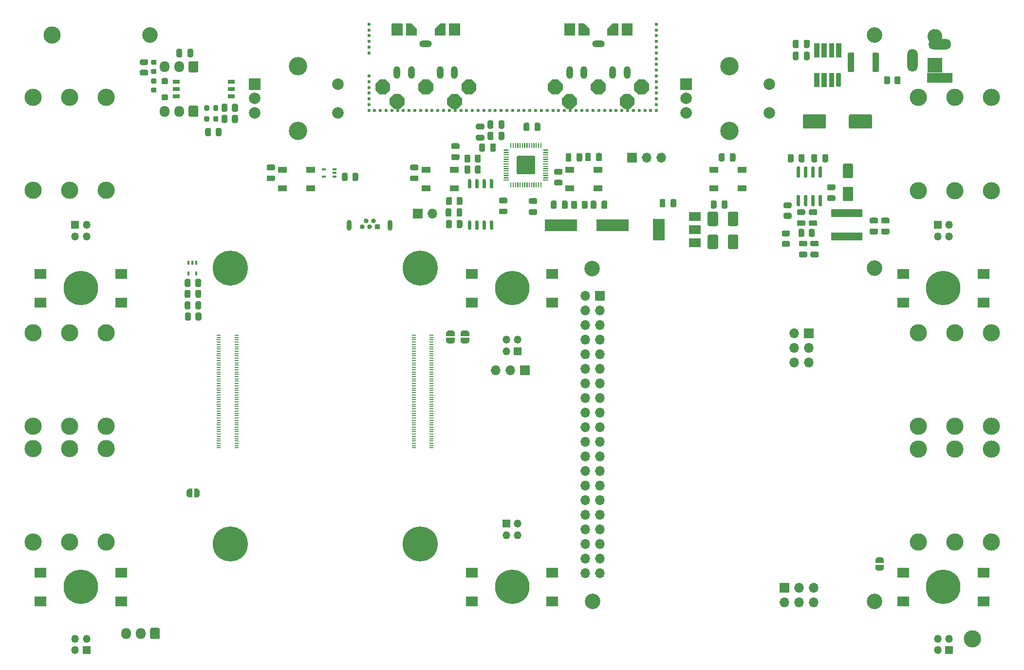
<source format=gts>
G04 #@! TF.GenerationSoftware,KiCad,Pcbnew,7.0.8-7.0.8~ubuntu23.04.1*
G04 #@! TF.CreationDate,2023-10-19T21:47:08+00:00*
G04 #@! TF.ProjectId,pedalboard-hw,70656461-6c62-46f6-9172-642d68772e6b,3.0.0*
G04 #@! TF.SameCoordinates,Original*
G04 #@! TF.FileFunction,Soldermask,Top*
G04 #@! TF.FilePolarity,Negative*
%FSLAX46Y46*%
G04 Gerber Fmt 4.6, Leading zero omitted, Abs format (unit mm)*
G04 Created by KiCad (PCBNEW 7.0.8-7.0.8~ubuntu23.04.1) date 2023-10-19 21:47:08*
%MOMM*%
%LPD*%
G01*
G04 APERTURE LIST*
%ADD10C,0.010000*%
%ADD11C,2.700000*%
%ADD12C,3.000000*%
%ADD13O,1.200000X2.200000*%
%ADD14O,2.200000X1.200000*%
%ADD15R,4.400000X1.800000*%
%ADD16O,4.000000X1.800000*%
%ADD17O,1.800000X4.000000*%
%ADD18R,2.000000X1.500000*%
%ADD19R,2.000000X3.800000*%
%ADD20R,2.600000X2.600000*%
%ADD21C,2.600000*%
%ADD22C,6.000000*%
%ADD23R,1.350000X1.350000*%
%ADD24O,1.350000X1.350000*%
%ADD25R,1.500000X1.000000*%
%ADD26R,1.700000X1.700000*%
%ADD27O,1.700000X1.700000*%
%ADD28C,0.600000*%
%ADD29R,2.000000X1.800000*%
%ADD30R,0.840000X0.840000*%
%ADD31C,0.840000*%
%ADD32O,0.850000X1.850000*%
%ADD33R,2.000000X2.000000*%
%ADD34C,2.000000*%
%ADD35C,3.200000*%
%ADD36R,5.500000X1.430000*%
%ADD37R,1.300000X0.800000*%
%ADD38R,5.600000X2.100000*%
%ADD39C,6.100000*%
%ADD40R,0.700000X0.200000*%
%ADD41R,0.650000X0.400000*%
%ADD42R,0.400000X0.650000*%
%ADD43O,1.700000X1.950000*%
G04 APERTURE END LIST*
D10*
X158360000Y-26758370D02*
X157557320Y-26758370D01*
X157557320Y-24360000D01*
X158360000Y-24360000D01*
X158360000Y-26758370D01*
G36*
X158360000Y-26758370D02*
G01*
X157557320Y-26758370D01*
X157557320Y-24360000D01*
X158360000Y-24360000D01*
X158360000Y-26758370D01*
G37*
X158360000Y-31961440D02*
X157559130Y-31961440D01*
X157559130Y-29560000D01*
X158360000Y-29560000D01*
X158360000Y-31961440D01*
G36*
X158360000Y-31961440D02*
G01*
X157559130Y-31961440D01*
X157559130Y-29560000D01*
X158360000Y-29560000D01*
X158360000Y-31961440D01*
G37*
X159610000Y-26757440D02*
X158808080Y-26757440D01*
X158808080Y-24360000D01*
X159610000Y-24360000D01*
X159610000Y-26757440D01*
G36*
X159610000Y-26757440D02*
G01*
X158808080Y-26757440D01*
X158808080Y-24360000D01*
X159610000Y-24360000D01*
X159610000Y-26757440D01*
G37*
X159610000Y-31962790D02*
X158809230Y-31962790D01*
X158809230Y-29560000D01*
X159610000Y-29560000D01*
X159610000Y-31962790D01*
G36*
X159610000Y-31962790D02*
G01*
X158809230Y-31962790D01*
X158809230Y-29560000D01*
X159610000Y-29560000D01*
X159610000Y-31962790D01*
G37*
X160910000Y-26758000D02*
X160110357Y-26758000D01*
X160110357Y-24360000D01*
X160910000Y-24360000D01*
X160910000Y-26758000D01*
G36*
X160910000Y-26758000D02*
G01*
X160110357Y-26758000D01*
X160110357Y-24360000D01*
X160910000Y-24360000D01*
X160910000Y-26758000D01*
G37*
X160910000Y-31967460D02*
X160110490Y-31967460D01*
X160110490Y-29560000D01*
X160910000Y-29560000D01*
X160910000Y-31967460D01*
G36*
X160910000Y-31967460D02*
G01*
X160110490Y-31967460D01*
X160110490Y-29560000D01*
X160910000Y-29560000D01*
X160910000Y-31967460D01*
G37*
X162160000Y-26758280D02*
X161361840Y-26758280D01*
X161361840Y-24360000D01*
X162160000Y-24360000D01*
X162160000Y-26758280D01*
G36*
X162160000Y-26758280D02*
G01*
X161361840Y-26758280D01*
X161361840Y-24360000D01*
X162160000Y-24360000D01*
X162160000Y-26758280D01*
G37*
G36*
G01*
X140950000Y-44725000D02*
X140950000Y-43775000D01*
G75*
G02*
X141200000Y-43525000I250000J0D01*
G01*
X141700000Y-43525000D01*
G75*
G02*
X141950000Y-43775000I0J-250000D01*
G01*
X141950000Y-44725000D01*
G75*
G02*
X141700000Y-44975000I-250000J0D01*
G01*
X141200000Y-44975000D01*
G75*
G02*
X140950000Y-44725000I0J250000D01*
G01*
G37*
G36*
G01*
X142850000Y-44725000D02*
X142850000Y-43775000D01*
G75*
G02*
X143100000Y-43525000I250000J0D01*
G01*
X143600000Y-43525000D01*
G75*
G02*
X143850000Y-43775000I0J-250000D01*
G01*
X143850000Y-44725000D01*
G75*
G02*
X143600000Y-44975000I-250000J0D01*
G01*
X143100000Y-44975000D01*
G75*
G02*
X142850000Y-44725000I0J250000D01*
G01*
G37*
G36*
G01*
X114300000Y-44725000D02*
X114300000Y-43775000D01*
G75*
G02*
X114550000Y-43525000I250000J0D01*
G01*
X115050000Y-43525000D01*
G75*
G02*
X115300000Y-43775000I0J-250000D01*
G01*
X115300000Y-44725000D01*
G75*
G02*
X115050000Y-44975000I-250000J0D01*
G01*
X114550000Y-44975000D01*
G75*
G02*
X114300000Y-44725000I0J250000D01*
G01*
G37*
G36*
G01*
X116200000Y-44725000D02*
X116200000Y-43775000D01*
G75*
G02*
X116450000Y-43525000I250000J0D01*
G01*
X116950000Y-43525000D01*
G75*
G02*
X117200000Y-43775000I0J-250000D01*
G01*
X117200000Y-44725000D01*
G75*
G02*
X116950000Y-44975000I-250000J0D01*
G01*
X116450000Y-44975000D01*
G75*
G02*
X116200000Y-44725000I0J250000D01*
G01*
G37*
D11*
X168000000Y-121500000D03*
D12*
X25000000Y-23000000D03*
G36*
G01*
X96715000Y-44910000D02*
X96715000Y-44010000D01*
G75*
G02*
X96965000Y-43760000I250000J0D01*
G01*
X97490000Y-43760000D01*
G75*
G02*
X97740000Y-44010000I0J-250000D01*
G01*
X97740000Y-44910000D01*
G75*
G02*
X97490000Y-45160000I-250000J0D01*
G01*
X96965000Y-45160000D01*
G75*
G02*
X96715000Y-44910000I0J250000D01*
G01*
G37*
G36*
G01*
X98540000Y-44910000D02*
X98540000Y-44010000D01*
G75*
G02*
X98790000Y-43760000I250000J0D01*
G01*
X99315000Y-43760000D01*
G75*
G02*
X99565000Y-44010000I0J-250000D01*
G01*
X99565000Y-44910000D01*
G75*
G02*
X99315000Y-45160000I-250000J0D01*
G01*
X98790000Y-45160000D01*
G75*
G02*
X98540000Y-44910000I0J250000D01*
G01*
G37*
D13*
X125000000Y-29500000D03*
X122500000Y-29500000D03*
D14*
X120000000Y-24500000D03*
D13*
X115000000Y-29500000D03*
X117500000Y-29500000D03*
G36*
G01*
X99915000Y-41300000D02*
X98965000Y-41300000D01*
G75*
G02*
X98715000Y-41050000I0J250000D01*
G01*
X98715000Y-40550000D01*
G75*
G02*
X98965000Y-40300000I250000J0D01*
G01*
X99915000Y-40300000D01*
G75*
G02*
X100165000Y-40550000I0J-250000D01*
G01*
X100165000Y-41050000D01*
G75*
G02*
X99915000Y-41300000I-250000J0D01*
G01*
G37*
G36*
G01*
X99915000Y-39400000D02*
X98965000Y-39400000D01*
G75*
G02*
X98715000Y-39150000I0J250000D01*
G01*
X98715000Y-38650000D01*
G75*
G02*
X98965000Y-38400000I250000J0D01*
G01*
X99915000Y-38400000D01*
G75*
G02*
X100165000Y-38650000I0J-250000D01*
G01*
X100165000Y-39150000D01*
G75*
G02*
X99915000Y-39400000I-250000J0D01*
G01*
G37*
G36*
G01*
X157625000Y-56950000D02*
X157625000Y-57850000D01*
G75*
G02*
X157375000Y-58100000I-250000J0D01*
G01*
X156850000Y-58100000D01*
G75*
G02*
X156600000Y-57850000I0J250000D01*
G01*
X156600000Y-56950000D01*
G75*
G02*
X156850000Y-56700000I250000J0D01*
G01*
X157375000Y-56700000D01*
G75*
G02*
X157625000Y-56950000I0J-250000D01*
G01*
G37*
G36*
G01*
X155800000Y-56950000D02*
X155800000Y-57850000D01*
G75*
G02*
X155550000Y-58100000I-250000J0D01*
G01*
X155025000Y-58100000D01*
G75*
G02*
X154775000Y-57850000I0J250000D01*
G01*
X154775000Y-56950000D01*
G75*
G02*
X155025000Y-56700000I250000J0D01*
G01*
X155550000Y-56700000D01*
G75*
G02*
X155800000Y-56950000I0J-250000D01*
G01*
G37*
G36*
G01*
X139250000Y-53700000D02*
X140550000Y-53700000D01*
G75*
G02*
X140800000Y-53950000I0J-250000D01*
G01*
X140800000Y-55950000D01*
G75*
G02*
X140550000Y-56200000I-250000J0D01*
G01*
X139250000Y-56200000D01*
G75*
G02*
X139000000Y-55950000I0J250000D01*
G01*
X139000000Y-53950000D01*
G75*
G02*
X139250000Y-53700000I250000J0D01*
G01*
G37*
G36*
G01*
X139250000Y-57700000D02*
X140550000Y-57700000D01*
G75*
G02*
X140800000Y-57950000I0J-250000D01*
G01*
X140800000Y-59950000D01*
G75*
G02*
X140550000Y-60200000I-250000J0D01*
G01*
X139250000Y-60200000D01*
G75*
G02*
X139000000Y-59950000I0J250000D01*
G01*
X139000000Y-57950000D01*
G75*
G02*
X139250000Y-57700000I250000J0D01*
G01*
G37*
G36*
G01*
X93512500Y-56300000D02*
X93512500Y-55400000D01*
G75*
G02*
X93762500Y-55150000I250000J0D01*
G01*
X94287500Y-55150000D01*
G75*
G02*
X94537500Y-55400000I0J-250000D01*
G01*
X94537500Y-56300000D01*
G75*
G02*
X94287500Y-56550000I-250000J0D01*
G01*
X93762500Y-56550000D01*
G75*
G02*
X93512500Y-56300000I0J250000D01*
G01*
G37*
G36*
G01*
X95337500Y-56300000D02*
X95337500Y-55400000D01*
G75*
G02*
X95587500Y-55150000I250000J0D01*
G01*
X96112500Y-55150000D01*
G75*
G02*
X96362500Y-55400000I0J-250000D01*
G01*
X96362500Y-56300000D01*
G75*
G02*
X96112500Y-56550000I-250000J0D01*
G01*
X95587500Y-56550000D01*
G75*
G02*
X95337500Y-56300000I0J250000D01*
G01*
G37*
D12*
X28050000Y-50000000D03*
X28050000Y-33770000D03*
X21700000Y-50000000D03*
X21700000Y-33770000D03*
X34400000Y-50000000D03*
X34400000Y-33770000D03*
X28050000Y-111200000D03*
X28050000Y-94970000D03*
X21700000Y-111200000D03*
X21700000Y-94970000D03*
X34400000Y-111200000D03*
X34400000Y-94970000D03*
G36*
G01*
X158455000Y-45850000D02*
X158755000Y-45850000D01*
G75*
G02*
X158905000Y-46000000I0J-150000D01*
G01*
X158905000Y-47650000D01*
G75*
G02*
X158755000Y-47800000I-150000J0D01*
G01*
X158455000Y-47800000D01*
G75*
G02*
X158305000Y-47650000I0J150000D01*
G01*
X158305000Y-46000000D01*
G75*
G02*
X158455000Y-45850000I150000J0D01*
G01*
G37*
G36*
G01*
X157185000Y-45850000D02*
X157485000Y-45850000D01*
G75*
G02*
X157635000Y-46000000I0J-150000D01*
G01*
X157635000Y-47650000D01*
G75*
G02*
X157485000Y-47800000I-150000J0D01*
G01*
X157185000Y-47800000D01*
G75*
G02*
X157035000Y-47650000I0J150000D01*
G01*
X157035000Y-46000000D01*
G75*
G02*
X157185000Y-45850000I150000J0D01*
G01*
G37*
G36*
G01*
X155915000Y-45850000D02*
X156215000Y-45850000D01*
G75*
G02*
X156365000Y-46000000I0J-150000D01*
G01*
X156365000Y-47650000D01*
G75*
G02*
X156215000Y-47800000I-150000J0D01*
G01*
X155915000Y-47800000D01*
G75*
G02*
X155765000Y-47650000I0J150000D01*
G01*
X155765000Y-46000000D01*
G75*
G02*
X155915000Y-45850000I150000J0D01*
G01*
G37*
G36*
G01*
X154645000Y-45850000D02*
X154945000Y-45850000D01*
G75*
G02*
X155095000Y-46000000I0J-150000D01*
G01*
X155095000Y-47650000D01*
G75*
G02*
X154945000Y-47800000I-150000J0D01*
G01*
X154645000Y-47800000D01*
G75*
G02*
X154495000Y-47650000I0J150000D01*
G01*
X154495000Y-46000000D01*
G75*
G02*
X154645000Y-45850000I150000J0D01*
G01*
G37*
G36*
G01*
X154645000Y-50800000D02*
X154945000Y-50800000D01*
G75*
G02*
X155095000Y-50950000I0J-150000D01*
G01*
X155095000Y-52600000D01*
G75*
G02*
X154945000Y-52750000I-150000J0D01*
G01*
X154645000Y-52750000D01*
G75*
G02*
X154495000Y-52600000I0J150000D01*
G01*
X154495000Y-50950000D01*
G75*
G02*
X154645000Y-50800000I150000J0D01*
G01*
G37*
G36*
G01*
X155915000Y-50800000D02*
X156215000Y-50800000D01*
G75*
G02*
X156365000Y-50950000I0J-150000D01*
G01*
X156365000Y-52600000D01*
G75*
G02*
X156215000Y-52750000I-150000J0D01*
G01*
X155915000Y-52750000D01*
G75*
G02*
X155765000Y-52600000I0J150000D01*
G01*
X155765000Y-50950000D01*
G75*
G02*
X155915000Y-50800000I150000J0D01*
G01*
G37*
G36*
G01*
X157185000Y-50800000D02*
X157485000Y-50800000D01*
G75*
G02*
X157635000Y-50950000I0J-150000D01*
G01*
X157635000Y-52600000D01*
G75*
G02*
X157485000Y-52750000I-150000J0D01*
G01*
X157185000Y-52750000D01*
G75*
G02*
X157035000Y-52600000I0J150000D01*
G01*
X157035000Y-50950000D01*
G75*
G02*
X157185000Y-50800000I150000J0D01*
G01*
G37*
G36*
G01*
X158455000Y-50800000D02*
X158755000Y-50800000D01*
G75*
G02*
X158905000Y-50950000I0J-150000D01*
G01*
X158905000Y-52600000D01*
G75*
G02*
X158755000Y-52750000I-150000J0D01*
G01*
X158455000Y-52750000D01*
G75*
G02*
X158305000Y-52600000I0J150000D01*
G01*
X158305000Y-50950000D01*
G75*
G02*
X158455000Y-50800000I150000J0D01*
G01*
G37*
D15*
X179400000Y-30400000D03*
D16*
X179400000Y-24600000D03*
D17*
X174600000Y-27400000D03*
G36*
G01*
X160025000Y-48950000D02*
X160975000Y-48950000D01*
G75*
G02*
X161225000Y-49200000I0J-250000D01*
G01*
X161225000Y-49700000D01*
G75*
G02*
X160975000Y-49950000I-250000J0D01*
G01*
X160025000Y-49950000D01*
G75*
G02*
X159775000Y-49700000I0J250000D01*
G01*
X159775000Y-49200000D01*
G75*
G02*
X160025000Y-48950000I250000J0D01*
G01*
G37*
G36*
G01*
X160025000Y-50850000D02*
X160975000Y-50850000D01*
G75*
G02*
X161225000Y-51100000I0J-250000D01*
G01*
X161225000Y-51600000D01*
G75*
G02*
X160975000Y-51850000I-250000J0D01*
G01*
X160025000Y-51850000D01*
G75*
G02*
X159775000Y-51600000I0J250000D01*
G01*
X159775000Y-51100000D01*
G75*
G02*
X160025000Y-50850000I250000J0D01*
G01*
G37*
D18*
X136800000Y-59150000D03*
X136800000Y-56850000D03*
D19*
X130500000Y-56850000D03*
D18*
X136800000Y-54550000D03*
D20*
X178500000Y-28210000D03*
D21*
X178500000Y-23210000D03*
D22*
X30000000Y-119000000D03*
G36*
G01*
X133540000Y-51745000D02*
X133540000Y-52695000D01*
G75*
G02*
X133290000Y-52945000I-250000J0D01*
G01*
X132790000Y-52945000D01*
G75*
G02*
X132540000Y-52695000I0J250000D01*
G01*
X132540000Y-51745000D01*
G75*
G02*
X132790000Y-51495000I250000J0D01*
G01*
X133290000Y-51495000D01*
G75*
G02*
X133540000Y-51745000I0J-250000D01*
G01*
G37*
G36*
G01*
X131640000Y-51745000D02*
X131640000Y-52695000D01*
G75*
G02*
X131390000Y-52945000I-250000J0D01*
G01*
X130890000Y-52945000D01*
G75*
G02*
X130640000Y-52695000I0J250000D01*
G01*
X130640000Y-51745000D01*
G75*
G02*
X130890000Y-51495000I250000J0D01*
G01*
X131390000Y-51495000D01*
G75*
G02*
X131640000Y-51745000I0J-250000D01*
G01*
G37*
D23*
X29000000Y-56000000D03*
D24*
X31000000Y-56000000D03*
X29000000Y-58000000D03*
X31000000Y-58000000D03*
G36*
G01*
X96715000Y-46810000D02*
X96715000Y-45910000D01*
G75*
G02*
X96965000Y-45660000I250000J0D01*
G01*
X97490000Y-45660000D01*
G75*
G02*
X97740000Y-45910000I0J-250000D01*
G01*
X97740000Y-46810000D01*
G75*
G02*
X97490000Y-47060000I-250000J0D01*
G01*
X96965000Y-47060000D01*
G75*
G02*
X96715000Y-46810000I0J250000D01*
G01*
G37*
G36*
G01*
X98540000Y-46810000D02*
X98540000Y-45910000D01*
G75*
G02*
X98790000Y-45660000I250000J0D01*
G01*
X99315000Y-45660000D01*
G75*
G02*
X99565000Y-45910000I0J-250000D01*
G01*
X99565000Y-46810000D01*
G75*
G02*
X99315000Y-47060000I-250000J0D01*
G01*
X98790000Y-47060000D01*
G75*
G02*
X98540000Y-46810000I0J250000D01*
G01*
G37*
G36*
G01*
X96337500Y-53375000D02*
X96337500Y-54325000D01*
G75*
G02*
X96087500Y-54575000I-250000J0D01*
G01*
X95587500Y-54575000D01*
G75*
G02*
X95337500Y-54325000I0J250000D01*
G01*
X95337500Y-53375000D01*
G75*
G02*
X95587500Y-53125000I250000J0D01*
G01*
X96087500Y-53125000D01*
G75*
G02*
X96337500Y-53375000I0J-250000D01*
G01*
G37*
G36*
G01*
X94437500Y-53375000D02*
X94437500Y-54325000D01*
G75*
G02*
X94187500Y-54575000I-250000J0D01*
G01*
X93687500Y-54575000D01*
G75*
G02*
X93437500Y-54325000I0J250000D01*
G01*
X93437500Y-53375000D01*
G75*
G02*
X93687500Y-53125000I250000J0D01*
G01*
X94187500Y-53125000D01*
G75*
G02*
X94437500Y-53375000I0J-250000D01*
G01*
G37*
G36*
X49400000Y-103400000D02*
G01*
X48900000Y-103400000D01*
X48900000Y-103394911D01*
X48828843Y-103394911D01*
X48692292Y-103354816D01*
X48572570Y-103277875D01*
X48479373Y-103170320D01*
X48420254Y-103040866D01*
X48400000Y-102900000D01*
X48400000Y-102400000D01*
X48420254Y-102259134D01*
X48479373Y-102129680D01*
X48572570Y-102022125D01*
X48692292Y-101945184D01*
X48828843Y-101905089D01*
X48900000Y-101905089D01*
X48900000Y-101900000D01*
X49400000Y-101900000D01*
X49400000Y-103400000D01*
G37*
G36*
X50200000Y-101905089D02*
G01*
X50271157Y-101905089D01*
X50407708Y-101945184D01*
X50527430Y-102022125D01*
X50620627Y-102129680D01*
X50679746Y-102259134D01*
X50700000Y-102400000D01*
X50700000Y-102900000D01*
X50679746Y-103040866D01*
X50620627Y-103170320D01*
X50527430Y-103277875D01*
X50407708Y-103354816D01*
X50271157Y-103394911D01*
X50200000Y-103394911D01*
X50200000Y-103400000D01*
X49700000Y-103400000D01*
X49700000Y-101900000D01*
X50200000Y-101900000D01*
X50200000Y-101905089D01*
G37*
G36*
G01*
X156737500Y-24025000D02*
X156737500Y-24975000D01*
G75*
G02*
X156487500Y-25225000I-250000J0D01*
G01*
X155987500Y-25225000D01*
G75*
G02*
X155737500Y-24975000I0J250000D01*
G01*
X155737500Y-24025000D01*
G75*
G02*
X155987500Y-23775000I250000J0D01*
G01*
X156487500Y-23775000D01*
G75*
G02*
X156737500Y-24025000I0J-250000D01*
G01*
G37*
G36*
G01*
X154837500Y-24025000D02*
X154837500Y-24975000D01*
G75*
G02*
X154587500Y-25225000I-250000J0D01*
G01*
X154087500Y-25225000D01*
G75*
G02*
X153837500Y-24975000I0J250000D01*
G01*
X153837500Y-24025000D01*
G75*
G02*
X154087500Y-23775000I250000J0D01*
G01*
X154587500Y-23775000D01*
G75*
G02*
X154837500Y-24025000I0J-250000D01*
G01*
G37*
D25*
X119950000Y-49600000D03*
X119950000Y-46400000D03*
X115050000Y-46400000D03*
X115050000Y-49600000D03*
G36*
G01*
X157125000Y-58750000D02*
X158075000Y-58750000D01*
G75*
G02*
X158325000Y-59000000I0J-250000D01*
G01*
X158325000Y-59500000D01*
G75*
G02*
X158075000Y-59750000I-250000J0D01*
G01*
X157125000Y-59750000D01*
G75*
G02*
X156875000Y-59500000I0J250000D01*
G01*
X156875000Y-59000000D01*
G75*
G02*
X157125000Y-58750000I250000J0D01*
G01*
G37*
G36*
G01*
X157125000Y-60650000D02*
X158075000Y-60650000D01*
G75*
G02*
X158325000Y-60900000I0J-250000D01*
G01*
X158325000Y-61400000D01*
G75*
G02*
X158075000Y-61650000I-250000J0D01*
G01*
X157125000Y-61650000D01*
G75*
G02*
X156875000Y-61400000I0J250000D01*
G01*
X156875000Y-60900000D01*
G75*
G02*
X157125000Y-60650000I250000J0D01*
G01*
G37*
D22*
X105000000Y-67000000D03*
G36*
G01*
X153050000Y-59825000D02*
X152150000Y-59825000D01*
G75*
G02*
X151900000Y-59575000I0J250000D01*
G01*
X151900000Y-59050000D01*
G75*
G02*
X152150000Y-58800000I250000J0D01*
G01*
X153050000Y-58800000D01*
G75*
G02*
X153300000Y-59050000I0J-250000D01*
G01*
X153300000Y-59575000D01*
G75*
G02*
X153050000Y-59825000I-250000J0D01*
G01*
G37*
G36*
G01*
X153050000Y-58000000D02*
X152150000Y-58000000D01*
G75*
G02*
X151900000Y-57750000I0J250000D01*
G01*
X151900000Y-57225000D01*
G75*
G02*
X152150000Y-56975000I250000J0D01*
G01*
X153050000Y-56975000D01*
G75*
G02*
X153300000Y-57225000I0J-250000D01*
G01*
X153300000Y-57750000D01*
G75*
G02*
X153050000Y-58000000I-250000J0D01*
G01*
G37*
X30000000Y-67000000D03*
G36*
G01*
X93512500Y-52300000D02*
X93512500Y-51400000D01*
G75*
G02*
X93762500Y-51150000I250000J0D01*
G01*
X94287500Y-51150000D01*
G75*
G02*
X94537500Y-51400000I0J-250000D01*
G01*
X94537500Y-52300000D01*
G75*
G02*
X94287500Y-52550000I-250000J0D01*
G01*
X93762500Y-52550000D01*
G75*
G02*
X93512500Y-52300000I0J250000D01*
G01*
G37*
G36*
G01*
X95337500Y-52300000D02*
X95337500Y-51400000D01*
G75*
G02*
X95587500Y-51150000I250000J0D01*
G01*
X96112500Y-51150000D01*
G75*
G02*
X96362500Y-51400000I0J-250000D01*
G01*
X96362500Y-52300000D01*
G75*
G02*
X96112500Y-52550000I-250000J0D01*
G01*
X95587500Y-52550000D01*
G75*
G02*
X95337500Y-52300000I0J250000D01*
G01*
G37*
D12*
X28050000Y-91000000D03*
X28050000Y-74770000D03*
X21700000Y-91000000D03*
X21700000Y-74770000D03*
X34400000Y-91000000D03*
X34400000Y-74770000D03*
X181950000Y-94995000D03*
X181950000Y-111225000D03*
X188300000Y-94995000D03*
X188300000Y-111225000D03*
X175600000Y-94995000D03*
X175600000Y-111225000D03*
D26*
X125860000Y-44300000D03*
D27*
X128400000Y-44300000D03*
X130940000Y-44300000D03*
D25*
X144950000Y-49600000D03*
X144950000Y-46400000D03*
X140050000Y-46400000D03*
X140050000Y-49600000D03*
D11*
X118980000Y-121520000D03*
G36*
G01*
X152950000Y-44875000D02*
X152950000Y-43925000D01*
G75*
G02*
X153200000Y-43675000I250000J0D01*
G01*
X153700000Y-43675000D01*
G75*
G02*
X153950000Y-43925000I0J-250000D01*
G01*
X153950000Y-44875000D01*
G75*
G02*
X153700000Y-45125000I-250000J0D01*
G01*
X153200000Y-45125000D01*
G75*
G02*
X152950000Y-44875000I0J250000D01*
G01*
G37*
G36*
G01*
X154850000Y-44875000D02*
X154850000Y-43925000D01*
G75*
G02*
X155100000Y-43675000I250000J0D01*
G01*
X155600000Y-43675000D01*
G75*
G02*
X155850000Y-43925000I0J-250000D01*
G01*
X155850000Y-44875000D01*
G75*
G02*
X155600000Y-45125000I-250000J0D01*
G01*
X155100000Y-45125000D01*
G75*
G02*
X154850000Y-44875000I0J250000D01*
G01*
G37*
D23*
X181000000Y-130000000D03*
D24*
X179000000Y-130000000D03*
X181000000Y-128000000D03*
X179000000Y-128000000D03*
G36*
G01*
X167425000Y-54750000D02*
X168375000Y-54750000D01*
G75*
G02*
X168625000Y-55000000I0J-250000D01*
G01*
X168625000Y-55500000D01*
G75*
G02*
X168375000Y-55750000I-250000J0D01*
G01*
X167425000Y-55750000D01*
G75*
G02*
X167175000Y-55500000I0J250000D01*
G01*
X167175000Y-55000000D01*
G75*
G02*
X167425000Y-54750000I250000J0D01*
G01*
G37*
G36*
G01*
X167425000Y-56650000D02*
X168375000Y-56650000D01*
G75*
G02*
X168625000Y-56900000I0J-250000D01*
G01*
X168625000Y-57400000D01*
G75*
G02*
X168375000Y-57650000I-250000J0D01*
G01*
X167425000Y-57650000D01*
G75*
G02*
X167175000Y-57400000I0J250000D01*
G01*
X167175000Y-56900000D01*
G75*
G02*
X167425000Y-56650000I250000J0D01*
G01*
G37*
D28*
X80100000Y-21075000D03*
X80100000Y-22075000D03*
X80100000Y-23075000D03*
X80100000Y-24075000D03*
X80100000Y-25075000D03*
X80100000Y-26075000D03*
X80100000Y-30075000D03*
X80100000Y-31075000D03*
X80100000Y-32075000D03*
X80100000Y-33075000D03*
X80100000Y-34075000D03*
X80100000Y-35075000D03*
X80100000Y-36075000D03*
X81100000Y-36075000D03*
X82100000Y-36075000D03*
X83100000Y-36075000D03*
X84100000Y-36075000D03*
X85100000Y-36075000D03*
X86100000Y-36075000D03*
X87100000Y-36075000D03*
X88100000Y-36075000D03*
X89100000Y-36075000D03*
X90100000Y-36075000D03*
X91100000Y-36075000D03*
X92100000Y-36075000D03*
X93100000Y-36075000D03*
X94100000Y-36075000D03*
X95100000Y-36075000D03*
X96100000Y-36075000D03*
X97100000Y-36075000D03*
X98100000Y-36075000D03*
X99100000Y-36075000D03*
X100100000Y-36075000D03*
X101100000Y-36075000D03*
X102100000Y-36075000D03*
X103100000Y-36075000D03*
X104100000Y-36075000D03*
X105100000Y-36075000D03*
X106100000Y-36075000D03*
X107100000Y-36075000D03*
X108100000Y-36075000D03*
X109100000Y-36075000D03*
X110100000Y-36075000D03*
X111100000Y-36075000D03*
X112100000Y-36075000D03*
X113100000Y-36075000D03*
X114100000Y-36075000D03*
X115100000Y-36075000D03*
X116100000Y-36075000D03*
X117100000Y-36075000D03*
X118100000Y-36075000D03*
X119100000Y-36075000D03*
X120100000Y-36075000D03*
X121100000Y-36075000D03*
X122100000Y-36075000D03*
X123100000Y-36075000D03*
X124100000Y-36075000D03*
X125100000Y-36075000D03*
X126100000Y-36075000D03*
X127100000Y-36075000D03*
X128100000Y-36075000D03*
X129100000Y-36075000D03*
X130100000Y-21075000D03*
X130100000Y-22075000D03*
X130100000Y-23075000D03*
X130100000Y-24075000D03*
X130100000Y-25075000D03*
X130100000Y-26075000D03*
X130100000Y-27075000D03*
X130100000Y-28075000D03*
X130100000Y-29075000D03*
X130100000Y-30075000D03*
X130100000Y-31075000D03*
X130100000Y-32075000D03*
X130100000Y-33075000D03*
X130100000Y-34075000D03*
X130100000Y-35075000D03*
X130100000Y-36075000D03*
D23*
X31000000Y-130000000D03*
D24*
X29000000Y-130000000D03*
X31000000Y-128000000D03*
X29000000Y-128000000D03*
D29*
X98000000Y-64500000D03*
X112000000Y-64500000D03*
X98000000Y-69500000D03*
X112000000Y-69500000D03*
D12*
X185000000Y-128000000D03*
D23*
X106000000Y-78000000D03*
D24*
X104000000Y-78000000D03*
X106000000Y-76000000D03*
X104000000Y-76000000D03*
G36*
G01*
X78250000Y-47200000D02*
X78250000Y-48100000D01*
G75*
G02*
X78000000Y-48350000I-250000J0D01*
G01*
X77475000Y-48350000D01*
G75*
G02*
X77225000Y-48100000I0J250000D01*
G01*
X77225000Y-47200000D01*
G75*
G02*
X77475000Y-46950000I250000J0D01*
G01*
X78000000Y-46950000D01*
G75*
G02*
X78250000Y-47200000I0J-250000D01*
G01*
G37*
G36*
G01*
X76425000Y-47200000D02*
X76425000Y-48100000D01*
G75*
G02*
X76175000Y-48350000I-250000J0D01*
G01*
X75650000Y-48350000D01*
G75*
G02*
X75400000Y-48100000I0J250000D01*
G01*
X75400000Y-47200000D01*
G75*
G02*
X75650000Y-46950000I250000J0D01*
G01*
X76175000Y-46950000D01*
G75*
G02*
X76425000Y-47200000I0J-250000D01*
G01*
G37*
D30*
X81540000Y-56290000D03*
D31*
X80890000Y-55290000D03*
X80240000Y-56290000D03*
X79590000Y-55290000D03*
X78940000Y-56290000D03*
D32*
X83815000Y-56070000D03*
X76665000Y-56070000D03*
D11*
X42000000Y-23000000D03*
D12*
X181965000Y-33800000D03*
X181965000Y-50030000D03*
X188315000Y-33800000D03*
X188315000Y-50030000D03*
X175615000Y-33800000D03*
X175615000Y-50030000D03*
G36*
G01*
X49550000Y-25625000D02*
X49550000Y-26575000D01*
G75*
G02*
X49300000Y-26825000I-250000J0D01*
G01*
X48800000Y-26825000D01*
G75*
G02*
X48550000Y-26575000I0J250000D01*
G01*
X48550000Y-25625000D01*
G75*
G02*
X48800000Y-25375000I250000J0D01*
G01*
X49300000Y-25375000D01*
G75*
G02*
X49550000Y-25625000I0J-250000D01*
G01*
G37*
G36*
G01*
X47650000Y-25625000D02*
X47650000Y-26575000D01*
G75*
G02*
X47400000Y-26825000I-250000J0D01*
G01*
X46900000Y-26825000D01*
G75*
G02*
X46650000Y-26575000I0J250000D01*
G01*
X46650000Y-25625000D01*
G75*
G02*
X46900000Y-25375000I250000J0D01*
G01*
X47400000Y-25375000D01*
G75*
G02*
X47650000Y-25625000I0J-250000D01*
G01*
G37*
D11*
X168000000Y-63500000D03*
G36*
X111946312Y-33285921D02*
G01*
X111214079Y-32553688D01*
X111199200Y-32517767D01*
X111199200Y-31482233D01*
X111214079Y-31446312D01*
X111946312Y-30714079D01*
X111982233Y-30699200D01*
X113017767Y-30699200D01*
X113053688Y-30714079D01*
X113785921Y-31446312D01*
X113800800Y-31482233D01*
X113800800Y-32517767D01*
X113785921Y-32553688D01*
X113053688Y-33285921D01*
X113017767Y-33300800D01*
X111982233Y-33300800D01*
X111946312Y-33285921D01*
G37*
G36*
X121285921Y-32553688D02*
G01*
X120553688Y-33285921D01*
X120517767Y-33300800D01*
X119482233Y-33300800D01*
X119446312Y-33285921D01*
X118714079Y-32553688D01*
X118699200Y-32517767D01*
X118699200Y-31482233D01*
X118714079Y-31446312D01*
X119446312Y-30714079D01*
X119482233Y-30699200D01*
X120517767Y-30699200D01*
X120553688Y-30714079D01*
X121285921Y-31446312D01*
X121300800Y-31482233D01*
X121300800Y-32517767D01*
X121285921Y-32553688D01*
G37*
G36*
X126946312Y-33285921D02*
G01*
X126214079Y-32553688D01*
X126199200Y-32517767D01*
X126199200Y-31482233D01*
X126214079Y-31446312D01*
X126946312Y-30714079D01*
X126982233Y-30699200D01*
X128017767Y-30699200D01*
X128053688Y-30714079D01*
X128785921Y-31446312D01*
X128800800Y-31482233D01*
X128800800Y-32517767D01*
X128785921Y-32553688D01*
X128053688Y-33285921D01*
X128017767Y-33300800D01*
X126982233Y-33300800D01*
X126946312Y-33285921D01*
G37*
G36*
X114446312Y-35785921D02*
G01*
X113714079Y-35053688D01*
X113699200Y-35017767D01*
X113699200Y-33982233D01*
X113714079Y-33946312D01*
X114446312Y-33214079D01*
X114482233Y-33199200D01*
X115517767Y-33199200D01*
X115553688Y-33214079D01*
X116285921Y-33946312D01*
X116300800Y-33982233D01*
X116300800Y-35017767D01*
X116285921Y-35053688D01*
X115553688Y-35785921D01*
X115517767Y-35800800D01*
X114482233Y-35800800D01*
X114446312Y-35785921D01*
G37*
G36*
X124446312Y-35785921D02*
G01*
X123714079Y-35053688D01*
X123699200Y-35017767D01*
X123699200Y-33982233D01*
X123714079Y-33946312D01*
X124446312Y-33214079D01*
X124482233Y-33199200D01*
X125517767Y-33199200D01*
X125553688Y-33214079D01*
X126285921Y-33946312D01*
X126300800Y-33982233D01*
X126300800Y-35017767D01*
X126285921Y-35053688D01*
X125553688Y-35785921D01*
X125517767Y-35800800D01*
X124482233Y-35800800D01*
X124446312Y-35785921D01*
G37*
G36*
X121564079Y-23035921D02*
G01*
X121549200Y-23000000D01*
X121549200Y-21900000D01*
X121564079Y-21864079D01*
X122464079Y-20964079D01*
X122500000Y-20949200D01*
X123400000Y-20949200D01*
X123435921Y-20964079D01*
X123450800Y-21000000D01*
X123450800Y-23000000D01*
X123435921Y-23035921D01*
X123400000Y-23050800D01*
X121600000Y-23050800D01*
X121564079Y-23035921D01*
G37*
G36*
G01*
X125950800Y-21000000D02*
X125950800Y-23000000D01*
G75*
G02*
X125900000Y-23050800I-50800J0D01*
G01*
X124100000Y-23050800D01*
G75*
G02*
X124049200Y-23000000I0J50800D01*
G01*
X124049200Y-21000000D01*
G75*
G02*
X124100000Y-20949200I50800J0D01*
G01*
X125900000Y-20949200D01*
G75*
G02*
X125950800Y-21000000I0J-50800D01*
G01*
G37*
G36*
G01*
X115950800Y-21000000D02*
X115950800Y-23000000D01*
G75*
G02*
X115900000Y-23050800I-50800J0D01*
G01*
X114100000Y-23050800D01*
G75*
G02*
X114049200Y-23000000I0J50800D01*
G01*
X114049200Y-21000000D01*
G75*
G02*
X114100000Y-20949200I50800J0D01*
G01*
X115900000Y-20949200D01*
G75*
G02*
X115950800Y-21000000I0J-50800D01*
G01*
G37*
G36*
X116564079Y-23035921D02*
G01*
X116549200Y-23000000D01*
X116549200Y-21000000D01*
X116564079Y-20964079D01*
X116600000Y-20949200D01*
X117500000Y-20949200D01*
X117535921Y-20964079D01*
X118435921Y-21864079D01*
X118450800Y-21900000D01*
X118450800Y-23000000D01*
X118435921Y-23035921D01*
X118400000Y-23050800D01*
X116600000Y-23050800D01*
X116564079Y-23035921D01*
G37*
D33*
X60250000Y-31500000D03*
D34*
X60250000Y-36500000D03*
X60250000Y-34000000D03*
D35*
X67750000Y-28400000D03*
X67750000Y-39600000D03*
D34*
X74750000Y-36500000D03*
X74750000Y-31500000D03*
G36*
G01*
X62575000Y-45500000D02*
X63525000Y-45500000D01*
G75*
G02*
X63775000Y-45750000I0J-250000D01*
G01*
X63775000Y-46250000D01*
G75*
G02*
X63525000Y-46500000I-250000J0D01*
G01*
X62575000Y-46500000D01*
G75*
G02*
X62325000Y-46250000I0J250000D01*
G01*
X62325000Y-45750000D01*
G75*
G02*
X62575000Y-45500000I250000J0D01*
G01*
G37*
G36*
G01*
X62575000Y-47400000D02*
X63525000Y-47400000D01*
G75*
G02*
X63775000Y-47650000I0J-250000D01*
G01*
X63775000Y-48150000D01*
G75*
G02*
X63525000Y-48400000I-250000J0D01*
G01*
X62575000Y-48400000D01*
G75*
G02*
X62325000Y-48150000I0J250000D01*
G01*
X62325000Y-47650000D01*
G75*
G02*
X62575000Y-47400000I250000J0D01*
G01*
G37*
G36*
G01*
X159950000Y-43925000D02*
X159950000Y-44875000D01*
G75*
G02*
X159700000Y-45125000I-250000J0D01*
G01*
X159200000Y-45125000D01*
G75*
G02*
X158950000Y-44875000I0J250000D01*
G01*
X158950000Y-43925000D01*
G75*
G02*
X159200000Y-43675000I250000J0D01*
G01*
X159700000Y-43675000D01*
G75*
G02*
X159950000Y-43925000I0J-250000D01*
G01*
G37*
G36*
G01*
X158050000Y-43925000D02*
X158050000Y-44875000D01*
G75*
G02*
X157800000Y-45125000I-250000J0D01*
G01*
X157300000Y-45125000D01*
G75*
G02*
X157050000Y-44875000I0J250000D01*
G01*
X157050000Y-43925000D01*
G75*
G02*
X157300000Y-43675000I250000J0D01*
G01*
X157800000Y-43675000D01*
G75*
G02*
X158050000Y-43925000I0J-250000D01*
G01*
G37*
D36*
X163200000Y-53980000D03*
X163200000Y-58020000D03*
D25*
X94950000Y-49600000D03*
X94950000Y-46400000D03*
X90050000Y-46400000D03*
X90050000Y-49600000D03*
D23*
X179000000Y-56000000D03*
D24*
X181000000Y-56000000D03*
X179000000Y-58000000D03*
X181000000Y-58000000D03*
D22*
X180000000Y-67000000D03*
G36*
G01*
X95615000Y-44700000D02*
X94665000Y-44700000D01*
G75*
G02*
X94415000Y-44450000I0J250000D01*
G01*
X94415000Y-43950000D01*
G75*
G02*
X94665000Y-43700000I250000J0D01*
G01*
X95615000Y-43700000D01*
G75*
G02*
X95865000Y-43950000I0J-250000D01*
G01*
X95865000Y-44450000D01*
G75*
G02*
X95615000Y-44700000I-250000J0D01*
G01*
G37*
G36*
G01*
X95615000Y-42800000D02*
X94665000Y-42800000D01*
G75*
G02*
X94415000Y-42550000I0J250000D01*
G01*
X94415000Y-42050000D01*
G75*
G02*
X94665000Y-41800000I250000J0D01*
G01*
X95615000Y-41800000D01*
G75*
G02*
X95865000Y-42050000I0J-250000D01*
G01*
X95865000Y-42550000D01*
G75*
G02*
X95615000Y-42800000I-250000J0D01*
G01*
G37*
G36*
G01*
X40550000Y-27175000D02*
X41450000Y-27175000D01*
G75*
G02*
X41700000Y-27425000I0J-250000D01*
G01*
X41700000Y-27950000D01*
G75*
G02*
X41450000Y-28200000I-250000J0D01*
G01*
X40550000Y-28200000D01*
G75*
G02*
X40300000Y-27950000I0J250000D01*
G01*
X40300000Y-27425000D01*
G75*
G02*
X40550000Y-27175000I250000J0D01*
G01*
G37*
G36*
G01*
X40550000Y-29000000D02*
X41450000Y-29000000D01*
G75*
G02*
X41700000Y-29250000I0J-250000D01*
G01*
X41700000Y-29775000D01*
G75*
G02*
X41450000Y-30025000I-250000J0D01*
G01*
X40550000Y-30025000D01*
G75*
G02*
X40300000Y-29775000I0J250000D01*
G01*
X40300000Y-29250000D01*
G75*
G02*
X40550000Y-29000000I250000J0D01*
G01*
G37*
D25*
X69950000Y-49600000D03*
X69950000Y-46400000D03*
X65050000Y-46400000D03*
X65050000Y-49600000D03*
G36*
G01*
X87525000Y-45500000D02*
X88475000Y-45500000D01*
G75*
G02*
X88725000Y-45750000I0J-250000D01*
G01*
X88725000Y-46250000D01*
G75*
G02*
X88475000Y-46500000I-250000J0D01*
G01*
X87525000Y-46500000D01*
G75*
G02*
X87275000Y-46250000I0J250000D01*
G01*
X87275000Y-45750000D01*
G75*
G02*
X87525000Y-45500000I250000J0D01*
G01*
G37*
G36*
G01*
X87525000Y-47400000D02*
X88475000Y-47400000D01*
G75*
G02*
X88725000Y-47650000I0J-250000D01*
G01*
X88725000Y-48150000D01*
G75*
G02*
X88475000Y-48400000I-250000J0D01*
G01*
X87525000Y-48400000D01*
G75*
G02*
X87275000Y-48150000I0J250000D01*
G01*
X87275000Y-47650000D01*
G75*
G02*
X87525000Y-47400000I250000J0D01*
G01*
G37*
G36*
G01*
X102975000Y-51250000D02*
X103925000Y-51250000D01*
G75*
G02*
X104175000Y-51500000I0J-250000D01*
G01*
X104175000Y-52000000D01*
G75*
G02*
X103925000Y-52250000I-250000J0D01*
G01*
X102975000Y-52250000D01*
G75*
G02*
X102725000Y-52000000I0J250000D01*
G01*
X102725000Y-51500000D01*
G75*
G02*
X102975000Y-51250000I250000J0D01*
G01*
G37*
G36*
G01*
X102975000Y-53150000D02*
X103925000Y-53150000D01*
G75*
G02*
X104175000Y-53400000I0J-250000D01*
G01*
X104175000Y-53900000D01*
G75*
G02*
X103925000Y-54150000I-250000J0D01*
G01*
X102975000Y-54150000D01*
G75*
G02*
X102725000Y-53900000I0J250000D01*
G01*
X102725000Y-53400000D01*
G75*
G02*
X102975000Y-53150000I250000J0D01*
G01*
G37*
G36*
G01*
X161363000Y-31860000D02*
X161363000Y-29660000D01*
G75*
G02*
X161465000Y-29558000I102000J0D01*
G01*
X162065000Y-29558000D01*
G75*
G02*
X162167000Y-29660000I0J-102000D01*
G01*
X162167000Y-31860000D01*
G75*
G02*
X162065000Y-31962000I-102000J0D01*
G01*
X161465000Y-31962000D01*
G75*
G02*
X161363000Y-31860000I0J102000D01*
G01*
G37*
G36*
G01*
X115275000Y-52950000D02*
X115275000Y-52050000D01*
G75*
G02*
X115525000Y-51800000I250000J0D01*
G01*
X116050000Y-51800000D01*
G75*
G02*
X116300000Y-52050000I0J-250000D01*
G01*
X116300000Y-52950000D01*
G75*
G02*
X116050000Y-53200000I-250000J0D01*
G01*
X115525000Y-53200000D01*
G75*
G02*
X115275000Y-52950000I0J250000D01*
G01*
G37*
G36*
G01*
X117100000Y-52950000D02*
X117100000Y-52050000D01*
G75*
G02*
X117350000Y-51800000I250000J0D01*
G01*
X117875000Y-51800000D01*
G75*
G02*
X118125000Y-52050000I0J-250000D01*
G01*
X118125000Y-52950000D01*
G75*
G02*
X117875000Y-53200000I-250000J0D01*
G01*
X117350000Y-53200000D01*
G75*
G02*
X117100000Y-52950000I0J250000D01*
G01*
G37*
D26*
X107225000Y-81300000D03*
D27*
X104685000Y-81300000D03*
X102145000Y-81300000D03*
D12*
X181950000Y-74780000D03*
X181950000Y-91010000D03*
X188300000Y-74780000D03*
X188300000Y-91010000D03*
X175600000Y-74780000D03*
X175600000Y-91010000D03*
D22*
X105000000Y-119000000D03*
G36*
X169650000Y-115150000D02*
G01*
X169650000Y-115650000D01*
X169644911Y-115650000D01*
X169644911Y-115721157D01*
X169604816Y-115857708D01*
X169527875Y-115977430D01*
X169420320Y-116070627D01*
X169290866Y-116129746D01*
X169150000Y-116150000D01*
X168650000Y-116150000D01*
X168509134Y-116129746D01*
X168379680Y-116070627D01*
X168272125Y-115977430D01*
X168195184Y-115857708D01*
X168155089Y-115721157D01*
X168155089Y-115650000D01*
X168150000Y-115650000D01*
X168150000Y-115150000D01*
X169650000Y-115150000D01*
G37*
G36*
X168155089Y-114350000D02*
G01*
X168155089Y-114278843D01*
X168195184Y-114142292D01*
X168272125Y-114022570D01*
X168379680Y-113929373D01*
X168509134Y-113870254D01*
X168650000Y-113850000D01*
X169150000Y-113850000D01*
X169290866Y-113870254D01*
X169420320Y-113929373D01*
X169527875Y-114022570D01*
X169604816Y-114142292D01*
X169644911Y-114278843D01*
X169644911Y-114350000D01*
X169650000Y-114350000D01*
X169650000Y-114850000D01*
X168150000Y-114850000D01*
X168150000Y-114350000D01*
X168155089Y-114350000D01*
G37*
D29*
X23000000Y-64500000D03*
X37000000Y-64500000D03*
X23000000Y-69500000D03*
X37000000Y-69500000D03*
G36*
G01*
X156737500Y-26125000D02*
X156737500Y-27075000D01*
G75*
G02*
X156487500Y-27325000I-250000J0D01*
G01*
X155987500Y-27325000D01*
G75*
G02*
X155737500Y-27075000I0J250000D01*
G01*
X155737500Y-26125000D01*
G75*
G02*
X155987500Y-25875000I250000J0D01*
G01*
X156487500Y-25875000D01*
G75*
G02*
X156737500Y-26125000I0J-250000D01*
G01*
G37*
G36*
G01*
X154837500Y-26125000D02*
X154837500Y-27075000D01*
G75*
G02*
X154587500Y-27325000I-250000J0D01*
G01*
X154087500Y-27325000D01*
G75*
G02*
X153837500Y-27075000I0J250000D01*
G01*
X153837500Y-26125000D01*
G75*
G02*
X154087500Y-25875000I250000J0D01*
G01*
X154587500Y-25875000D01*
G75*
G02*
X154837500Y-26125000I0J-250000D01*
G01*
G37*
D26*
X88600000Y-54000000D03*
D27*
X91140000Y-54000000D03*
D37*
X46650000Y-31130000D03*
X46650000Y-32400000D03*
X46650000Y-33670000D03*
X56150000Y-33670000D03*
X56150000Y-32400000D03*
X56150000Y-31130000D03*
G36*
G01*
X57325000Y-35162500D02*
X57325000Y-36062500D01*
G75*
G02*
X57075000Y-36312500I-250000J0D01*
G01*
X56550000Y-36312500D01*
G75*
G02*
X56300000Y-36062500I0J250000D01*
G01*
X56300000Y-35162500D01*
G75*
G02*
X56550000Y-34912500I250000J0D01*
G01*
X57075000Y-34912500D01*
G75*
G02*
X57325000Y-35162500I0J-250000D01*
G01*
G37*
G36*
G01*
X55500000Y-35162500D02*
X55500000Y-36062500D01*
G75*
G02*
X55250000Y-36312500I-250000J0D01*
G01*
X54725000Y-36312500D01*
G75*
G02*
X54475000Y-36062500I0J250000D01*
G01*
X54475000Y-35162500D01*
G75*
G02*
X54725000Y-34912500I250000J0D01*
G01*
X55250000Y-34912500D01*
G75*
G02*
X55500000Y-35162500I0J-250000D01*
G01*
G37*
G36*
G01*
X48125000Y-72400000D02*
X48125000Y-71500000D01*
G75*
G02*
X48375000Y-71250000I250000J0D01*
G01*
X48900000Y-71250000D01*
G75*
G02*
X49150000Y-71500000I0J-250000D01*
G01*
X49150000Y-72400000D01*
G75*
G02*
X48900000Y-72650000I-250000J0D01*
G01*
X48375000Y-72650000D01*
G75*
G02*
X48125000Y-72400000I0J250000D01*
G01*
G37*
G36*
G01*
X49950000Y-72400000D02*
X49950000Y-71500000D01*
G75*
G02*
X50200000Y-71250000I250000J0D01*
G01*
X50725000Y-71250000D01*
G75*
G02*
X50975000Y-71500000I0J-250000D01*
G01*
X50975000Y-72400000D01*
G75*
G02*
X50725000Y-72650000I-250000J0D01*
G01*
X50200000Y-72650000D01*
G75*
G02*
X49950000Y-72400000I0J250000D01*
G01*
G37*
G36*
G01*
X155567500Y-39000000D02*
X155567500Y-37000000D01*
G75*
G02*
X155817500Y-36750000I250000J0D01*
G01*
X159317500Y-36750000D01*
G75*
G02*
X159567500Y-37000000I0J-250000D01*
G01*
X159567500Y-39000000D01*
G75*
G02*
X159317500Y-39250000I-250000J0D01*
G01*
X155817500Y-39250000D01*
G75*
G02*
X155567500Y-39000000I0J250000D01*
G01*
G37*
G36*
G01*
X163567500Y-39000000D02*
X163567500Y-37000000D01*
G75*
G02*
X163817500Y-36750000I250000J0D01*
G01*
X167317500Y-36750000D01*
G75*
G02*
X167567500Y-37000000I0J-250000D01*
G01*
X167567500Y-39000000D01*
G75*
G02*
X167317500Y-39250000I-250000J0D01*
G01*
X163817500Y-39250000D01*
G75*
G02*
X163567500Y-39000000I0J250000D01*
G01*
G37*
G36*
X97550000Y-75650000D02*
G01*
X97550000Y-76150000D01*
X97544911Y-76150000D01*
X97544911Y-76221157D01*
X97504816Y-76357708D01*
X97427875Y-76477430D01*
X97320320Y-76570627D01*
X97190866Y-76629746D01*
X97050000Y-76650000D01*
X96550000Y-76650000D01*
X96409134Y-76629746D01*
X96279680Y-76570627D01*
X96172125Y-76477430D01*
X96095184Y-76357708D01*
X96055089Y-76221157D01*
X96055089Y-76150000D01*
X96050000Y-76150000D01*
X96050000Y-75650000D01*
X97550000Y-75650000D01*
G37*
G36*
X96055089Y-74850000D02*
G01*
X96055089Y-74778843D01*
X96095184Y-74642292D01*
X96172125Y-74522570D01*
X96279680Y-74429373D01*
X96409134Y-74370254D01*
X96550000Y-74350000D01*
X97050000Y-74350000D01*
X97190866Y-74370254D01*
X97320320Y-74429373D01*
X97427875Y-74522570D01*
X97504816Y-74642292D01*
X97544911Y-74778843D01*
X97544911Y-74850000D01*
X97550000Y-74850000D01*
X97550000Y-75350000D01*
X96050000Y-75350000D01*
X96050000Y-74850000D01*
X96055089Y-74850000D01*
G37*
G36*
X95050000Y-75650000D02*
G01*
X95050000Y-76150000D01*
X95044911Y-76150000D01*
X95044911Y-76221157D01*
X95004816Y-76357708D01*
X94927875Y-76477430D01*
X94820320Y-76570627D01*
X94690866Y-76629746D01*
X94550000Y-76650000D01*
X94050000Y-76650000D01*
X93909134Y-76629746D01*
X93779680Y-76570627D01*
X93672125Y-76477430D01*
X93595184Y-76357708D01*
X93555089Y-76221157D01*
X93555089Y-76150000D01*
X93550000Y-76150000D01*
X93550000Y-75650000D01*
X95050000Y-75650000D01*
G37*
G36*
X93555089Y-74850000D02*
G01*
X93555089Y-74778843D01*
X93595184Y-74642292D01*
X93672125Y-74522570D01*
X93779680Y-74429373D01*
X93909134Y-74370254D01*
X94050000Y-74350000D01*
X94550000Y-74350000D01*
X94690866Y-74370254D01*
X94820320Y-74429373D01*
X94927875Y-74522570D01*
X95004816Y-74642292D01*
X95044911Y-74778843D01*
X95044911Y-74850000D01*
X95050000Y-74850000D01*
X95050000Y-75350000D01*
X93550000Y-75350000D01*
X93550000Y-74850000D01*
X93555089Y-74850000D01*
G37*
G36*
G01*
X104850000Y-49475000D02*
X104750000Y-49475000D01*
G75*
G02*
X104700000Y-49425000I0J50000D01*
G01*
X104700000Y-48650000D01*
G75*
G02*
X104750000Y-48600000I50000J0D01*
G01*
X104850000Y-48600000D01*
G75*
G02*
X104900000Y-48650000I0J-50000D01*
G01*
X104900000Y-49425000D01*
G75*
G02*
X104850000Y-49475000I-50000J0D01*
G01*
G37*
G36*
G01*
X105250000Y-49475000D02*
X105150000Y-49475000D01*
G75*
G02*
X105100000Y-49425000I0J50000D01*
G01*
X105100000Y-48650000D01*
G75*
G02*
X105150000Y-48600000I50000J0D01*
G01*
X105250000Y-48600000D01*
G75*
G02*
X105300000Y-48650000I0J-50000D01*
G01*
X105300000Y-49425000D01*
G75*
G02*
X105250000Y-49475000I-50000J0D01*
G01*
G37*
G36*
G01*
X105650000Y-49475000D02*
X105550000Y-49475000D01*
G75*
G02*
X105500000Y-49425000I0J50000D01*
G01*
X105500000Y-48650000D01*
G75*
G02*
X105550000Y-48600000I50000J0D01*
G01*
X105650000Y-48600000D01*
G75*
G02*
X105700000Y-48650000I0J-50000D01*
G01*
X105700000Y-49425000D01*
G75*
G02*
X105650000Y-49475000I-50000J0D01*
G01*
G37*
G36*
G01*
X106050000Y-49475000D02*
X105950000Y-49475000D01*
G75*
G02*
X105900000Y-49425000I0J50000D01*
G01*
X105900000Y-48650000D01*
G75*
G02*
X105950000Y-48600000I50000J0D01*
G01*
X106050000Y-48600000D01*
G75*
G02*
X106100000Y-48650000I0J-50000D01*
G01*
X106100000Y-49425000D01*
G75*
G02*
X106050000Y-49475000I-50000J0D01*
G01*
G37*
G36*
G01*
X106450000Y-49475000D02*
X106350000Y-49475000D01*
G75*
G02*
X106300000Y-49425000I0J50000D01*
G01*
X106300000Y-48650000D01*
G75*
G02*
X106350000Y-48600000I50000J0D01*
G01*
X106450000Y-48600000D01*
G75*
G02*
X106500000Y-48650000I0J-50000D01*
G01*
X106500000Y-49425000D01*
G75*
G02*
X106450000Y-49475000I-50000J0D01*
G01*
G37*
G36*
G01*
X106850000Y-49475000D02*
X106750000Y-49475000D01*
G75*
G02*
X106700000Y-49425000I0J50000D01*
G01*
X106700000Y-48650000D01*
G75*
G02*
X106750000Y-48600000I50000J0D01*
G01*
X106850000Y-48600000D01*
G75*
G02*
X106900000Y-48650000I0J-50000D01*
G01*
X106900000Y-49425000D01*
G75*
G02*
X106850000Y-49475000I-50000J0D01*
G01*
G37*
G36*
G01*
X107250000Y-49475000D02*
X107150000Y-49475000D01*
G75*
G02*
X107100000Y-49425000I0J50000D01*
G01*
X107100000Y-48650000D01*
G75*
G02*
X107150000Y-48600000I50000J0D01*
G01*
X107250000Y-48600000D01*
G75*
G02*
X107300000Y-48650000I0J-50000D01*
G01*
X107300000Y-49425000D01*
G75*
G02*
X107250000Y-49475000I-50000J0D01*
G01*
G37*
G36*
G01*
X107650000Y-49475000D02*
X107550000Y-49475000D01*
G75*
G02*
X107500000Y-49425000I0J50000D01*
G01*
X107500000Y-48650000D01*
G75*
G02*
X107550000Y-48600000I50000J0D01*
G01*
X107650000Y-48600000D01*
G75*
G02*
X107700000Y-48650000I0J-50000D01*
G01*
X107700000Y-49425000D01*
G75*
G02*
X107650000Y-49475000I-50000J0D01*
G01*
G37*
G36*
G01*
X108050000Y-49475000D02*
X107950000Y-49475000D01*
G75*
G02*
X107900000Y-49425000I0J50000D01*
G01*
X107900000Y-48650000D01*
G75*
G02*
X107950000Y-48600000I50000J0D01*
G01*
X108050000Y-48600000D01*
G75*
G02*
X108100000Y-48650000I0J-50000D01*
G01*
X108100000Y-49425000D01*
G75*
G02*
X108050000Y-49475000I-50000J0D01*
G01*
G37*
G36*
G01*
X108450000Y-49475000D02*
X108350000Y-49475000D01*
G75*
G02*
X108300000Y-49425000I0J50000D01*
G01*
X108300000Y-48650000D01*
G75*
G02*
X108350000Y-48600000I50000J0D01*
G01*
X108450000Y-48600000D01*
G75*
G02*
X108500000Y-48650000I0J-50000D01*
G01*
X108500000Y-49425000D01*
G75*
G02*
X108450000Y-49475000I-50000J0D01*
G01*
G37*
G36*
G01*
X108850000Y-49475000D02*
X108750000Y-49475000D01*
G75*
G02*
X108700000Y-49425000I0J50000D01*
G01*
X108700000Y-48650000D01*
G75*
G02*
X108750000Y-48600000I50000J0D01*
G01*
X108850000Y-48600000D01*
G75*
G02*
X108900000Y-48650000I0J-50000D01*
G01*
X108900000Y-49425000D01*
G75*
G02*
X108850000Y-49475000I-50000J0D01*
G01*
G37*
G36*
G01*
X109250000Y-49475000D02*
X109150000Y-49475000D01*
G75*
G02*
X109100000Y-49425000I0J50000D01*
G01*
X109100000Y-48650000D01*
G75*
G02*
X109150000Y-48600000I50000J0D01*
G01*
X109250000Y-48600000D01*
G75*
G02*
X109300000Y-48650000I0J-50000D01*
G01*
X109300000Y-49425000D01*
G75*
G02*
X109250000Y-49475000I-50000J0D01*
G01*
G37*
G36*
G01*
X109650000Y-49475000D02*
X109550000Y-49475000D01*
G75*
G02*
X109500000Y-49425000I0J50000D01*
G01*
X109500000Y-48650000D01*
G75*
G02*
X109550000Y-48600000I50000J0D01*
G01*
X109650000Y-48600000D01*
G75*
G02*
X109700000Y-48650000I0J-50000D01*
G01*
X109700000Y-49425000D01*
G75*
G02*
X109650000Y-49475000I-50000J0D01*
G01*
G37*
G36*
G01*
X110050000Y-49475000D02*
X109950000Y-49475000D01*
G75*
G02*
X109900000Y-49425000I0J50000D01*
G01*
X109900000Y-48650000D01*
G75*
G02*
X109950000Y-48600000I50000J0D01*
G01*
X110050000Y-48600000D01*
G75*
G02*
X110100000Y-48650000I0J-50000D01*
G01*
X110100000Y-49425000D01*
G75*
G02*
X110050000Y-49475000I-50000J0D01*
G01*
G37*
G36*
G01*
X111225000Y-48300000D02*
X110450000Y-48300000D01*
G75*
G02*
X110400000Y-48250000I0J50000D01*
G01*
X110400000Y-48150000D01*
G75*
G02*
X110450000Y-48100000I50000J0D01*
G01*
X111225000Y-48100000D01*
G75*
G02*
X111275000Y-48150000I0J-50000D01*
G01*
X111275000Y-48250000D01*
G75*
G02*
X111225000Y-48300000I-50000J0D01*
G01*
G37*
G36*
G01*
X111225000Y-47900000D02*
X110450000Y-47900000D01*
G75*
G02*
X110400000Y-47850000I0J50000D01*
G01*
X110400000Y-47750000D01*
G75*
G02*
X110450000Y-47700000I50000J0D01*
G01*
X111225000Y-47700000D01*
G75*
G02*
X111275000Y-47750000I0J-50000D01*
G01*
X111275000Y-47850000D01*
G75*
G02*
X111225000Y-47900000I-50000J0D01*
G01*
G37*
G36*
G01*
X111225000Y-47500000D02*
X110450000Y-47500000D01*
G75*
G02*
X110400000Y-47450000I0J50000D01*
G01*
X110400000Y-47350000D01*
G75*
G02*
X110450000Y-47300000I50000J0D01*
G01*
X111225000Y-47300000D01*
G75*
G02*
X111275000Y-47350000I0J-50000D01*
G01*
X111275000Y-47450000D01*
G75*
G02*
X111225000Y-47500000I-50000J0D01*
G01*
G37*
G36*
G01*
X111225000Y-47100000D02*
X110450000Y-47100000D01*
G75*
G02*
X110400000Y-47050000I0J50000D01*
G01*
X110400000Y-46950000D01*
G75*
G02*
X110450000Y-46900000I50000J0D01*
G01*
X111225000Y-46900000D01*
G75*
G02*
X111275000Y-46950000I0J-50000D01*
G01*
X111275000Y-47050000D01*
G75*
G02*
X111225000Y-47100000I-50000J0D01*
G01*
G37*
G36*
G01*
X111225000Y-46700000D02*
X110450000Y-46700000D01*
G75*
G02*
X110400000Y-46650000I0J50000D01*
G01*
X110400000Y-46550000D01*
G75*
G02*
X110450000Y-46500000I50000J0D01*
G01*
X111225000Y-46500000D01*
G75*
G02*
X111275000Y-46550000I0J-50000D01*
G01*
X111275000Y-46650000D01*
G75*
G02*
X111225000Y-46700000I-50000J0D01*
G01*
G37*
G36*
G01*
X111225000Y-46300000D02*
X110450000Y-46300000D01*
G75*
G02*
X110400000Y-46250000I0J50000D01*
G01*
X110400000Y-46150000D01*
G75*
G02*
X110450000Y-46100000I50000J0D01*
G01*
X111225000Y-46100000D01*
G75*
G02*
X111275000Y-46150000I0J-50000D01*
G01*
X111275000Y-46250000D01*
G75*
G02*
X111225000Y-46300000I-50000J0D01*
G01*
G37*
G36*
G01*
X111225000Y-45900000D02*
X110450000Y-45900000D01*
G75*
G02*
X110400000Y-45850000I0J50000D01*
G01*
X110400000Y-45750000D01*
G75*
G02*
X110450000Y-45700000I50000J0D01*
G01*
X111225000Y-45700000D01*
G75*
G02*
X111275000Y-45750000I0J-50000D01*
G01*
X111275000Y-45850000D01*
G75*
G02*
X111225000Y-45900000I-50000J0D01*
G01*
G37*
G36*
G01*
X111225000Y-45500000D02*
X110450000Y-45500000D01*
G75*
G02*
X110400000Y-45450000I0J50000D01*
G01*
X110400000Y-45350000D01*
G75*
G02*
X110450000Y-45300000I50000J0D01*
G01*
X111225000Y-45300000D01*
G75*
G02*
X111275000Y-45350000I0J-50000D01*
G01*
X111275000Y-45450000D01*
G75*
G02*
X111225000Y-45500000I-50000J0D01*
G01*
G37*
G36*
G01*
X111225000Y-45100000D02*
X110450000Y-45100000D01*
G75*
G02*
X110400000Y-45050000I0J50000D01*
G01*
X110400000Y-44950000D01*
G75*
G02*
X110450000Y-44900000I50000J0D01*
G01*
X111225000Y-44900000D01*
G75*
G02*
X111275000Y-44950000I0J-50000D01*
G01*
X111275000Y-45050000D01*
G75*
G02*
X111225000Y-45100000I-50000J0D01*
G01*
G37*
G36*
G01*
X111225000Y-44700000D02*
X110450000Y-44700000D01*
G75*
G02*
X110400000Y-44650000I0J50000D01*
G01*
X110400000Y-44550000D01*
G75*
G02*
X110450000Y-44500000I50000J0D01*
G01*
X111225000Y-44500000D01*
G75*
G02*
X111275000Y-44550000I0J-50000D01*
G01*
X111275000Y-44650000D01*
G75*
G02*
X111225000Y-44700000I-50000J0D01*
G01*
G37*
G36*
G01*
X111225000Y-44300000D02*
X110450000Y-44300000D01*
G75*
G02*
X110400000Y-44250000I0J50000D01*
G01*
X110400000Y-44150000D01*
G75*
G02*
X110450000Y-44100000I50000J0D01*
G01*
X111225000Y-44100000D01*
G75*
G02*
X111275000Y-44150000I0J-50000D01*
G01*
X111275000Y-44250000D01*
G75*
G02*
X111225000Y-44300000I-50000J0D01*
G01*
G37*
G36*
G01*
X111225000Y-43900000D02*
X110450000Y-43900000D01*
G75*
G02*
X110400000Y-43850000I0J50000D01*
G01*
X110400000Y-43750000D01*
G75*
G02*
X110450000Y-43700000I50000J0D01*
G01*
X111225000Y-43700000D01*
G75*
G02*
X111275000Y-43750000I0J-50000D01*
G01*
X111275000Y-43850000D01*
G75*
G02*
X111225000Y-43900000I-50000J0D01*
G01*
G37*
G36*
G01*
X111225000Y-43500000D02*
X110450000Y-43500000D01*
G75*
G02*
X110400000Y-43450000I0J50000D01*
G01*
X110400000Y-43350000D01*
G75*
G02*
X110450000Y-43300000I50000J0D01*
G01*
X111225000Y-43300000D01*
G75*
G02*
X111275000Y-43350000I0J-50000D01*
G01*
X111275000Y-43450000D01*
G75*
G02*
X111225000Y-43500000I-50000J0D01*
G01*
G37*
G36*
G01*
X111225000Y-43100000D02*
X110450000Y-43100000D01*
G75*
G02*
X110400000Y-43050000I0J50000D01*
G01*
X110400000Y-42950000D01*
G75*
G02*
X110450000Y-42900000I50000J0D01*
G01*
X111225000Y-42900000D01*
G75*
G02*
X111275000Y-42950000I0J-50000D01*
G01*
X111275000Y-43050000D01*
G75*
G02*
X111225000Y-43100000I-50000J0D01*
G01*
G37*
G36*
G01*
X110050000Y-42600000D02*
X109950000Y-42600000D01*
G75*
G02*
X109900000Y-42550000I0J50000D01*
G01*
X109900000Y-41775000D01*
G75*
G02*
X109950000Y-41725000I50000J0D01*
G01*
X110050000Y-41725000D01*
G75*
G02*
X110100000Y-41775000I0J-50000D01*
G01*
X110100000Y-42550000D01*
G75*
G02*
X110050000Y-42600000I-50000J0D01*
G01*
G37*
G36*
G01*
X109650000Y-42600000D02*
X109550000Y-42600000D01*
G75*
G02*
X109500000Y-42550000I0J50000D01*
G01*
X109500000Y-41775000D01*
G75*
G02*
X109550000Y-41725000I50000J0D01*
G01*
X109650000Y-41725000D01*
G75*
G02*
X109700000Y-41775000I0J-50000D01*
G01*
X109700000Y-42550000D01*
G75*
G02*
X109650000Y-42600000I-50000J0D01*
G01*
G37*
G36*
G01*
X109250000Y-42600000D02*
X109150000Y-42600000D01*
G75*
G02*
X109100000Y-42550000I0J50000D01*
G01*
X109100000Y-41775000D01*
G75*
G02*
X109150000Y-41725000I50000J0D01*
G01*
X109250000Y-41725000D01*
G75*
G02*
X109300000Y-41775000I0J-50000D01*
G01*
X109300000Y-42550000D01*
G75*
G02*
X109250000Y-42600000I-50000J0D01*
G01*
G37*
G36*
G01*
X108850000Y-42600000D02*
X108750000Y-42600000D01*
G75*
G02*
X108700000Y-42550000I0J50000D01*
G01*
X108700000Y-41775000D01*
G75*
G02*
X108750000Y-41725000I50000J0D01*
G01*
X108850000Y-41725000D01*
G75*
G02*
X108900000Y-41775000I0J-50000D01*
G01*
X108900000Y-42550000D01*
G75*
G02*
X108850000Y-42600000I-50000J0D01*
G01*
G37*
G36*
G01*
X108450000Y-42600000D02*
X108350000Y-42600000D01*
G75*
G02*
X108300000Y-42550000I0J50000D01*
G01*
X108300000Y-41775000D01*
G75*
G02*
X108350000Y-41725000I50000J0D01*
G01*
X108450000Y-41725000D01*
G75*
G02*
X108500000Y-41775000I0J-50000D01*
G01*
X108500000Y-42550000D01*
G75*
G02*
X108450000Y-42600000I-50000J0D01*
G01*
G37*
G36*
G01*
X108050000Y-42600000D02*
X107950000Y-42600000D01*
G75*
G02*
X107900000Y-42550000I0J50000D01*
G01*
X107900000Y-41775000D01*
G75*
G02*
X107950000Y-41725000I50000J0D01*
G01*
X108050000Y-41725000D01*
G75*
G02*
X108100000Y-41775000I0J-50000D01*
G01*
X108100000Y-42550000D01*
G75*
G02*
X108050000Y-42600000I-50000J0D01*
G01*
G37*
G36*
G01*
X107650000Y-42600000D02*
X107550000Y-42600000D01*
G75*
G02*
X107500000Y-42550000I0J50000D01*
G01*
X107500000Y-41775000D01*
G75*
G02*
X107550000Y-41725000I50000J0D01*
G01*
X107650000Y-41725000D01*
G75*
G02*
X107700000Y-41775000I0J-50000D01*
G01*
X107700000Y-42550000D01*
G75*
G02*
X107650000Y-42600000I-50000J0D01*
G01*
G37*
G36*
G01*
X107250000Y-42600000D02*
X107150000Y-42600000D01*
G75*
G02*
X107100000Y-42550000I0J50000D01*
G01*
X107100000Y-41775000D01*
G75*
G02*
X107150000Y-41725000I50000J0D01*
G01*
X107250000Y-41725000D01*
G75*
G02*
X107300000Y-41775000I0J-50000D01*
G01*
X107300000Y-42550000D01*
G75*
G02*
X107250000Y-42600000I-50000J0D01*
G01*
G37*
G36*
G01*
X106850000Y-42600000D02*
X106750000Y-42600000D01*
G75*
G02*
X106700000Y-42550000I0J50000D01*
G01*
X106700000Y-41775000D01*
G75*
G02*
X106750000Y-41725000I50000J0D01*
G01*
X106850000Y-41725000D01*
G75*
G02*
X106900000Y-41775000I0J-50000D01*
G01*
X106900000Y-42550000D01*
G75*
G02*
X106850000Y-42600000I-50000J0D01*
G01*
G37*
G36*
G01*
X106450000Y-42600000D02*
X106350000Y-42600000D01*
G75*
G02*
X106300000Y-42550000I0J50000D01*
G01*
X106300000Y-41775000D01*
G75*
G02*
X106350000Y-41725000I50000J0D01*
G01*
X106450000Y-41725000D01*
G75*
G02*
X106500000Y-41775000I0J-50000D01*
G01*
X106500000Y-42550000D01*
G75*
G02*
X106450000Y-42600000I-50000J0D01*
G01*
G37*
G36*
G01*
X106050000Y-42600000D02*
X105950000Y-42600000D01*
G75*
G02*
X105900000Y-42550000I0J50000D01*
G01*
X105900000Y-41775000D01*
G75*
G02*
X105950000Y-41725000I50000J0D01*
G01*
X106050000Y-41725000D01*
G75*
G02*
X106100000Y-41775000I0J-50000D01*
G01*
X106100000Y-42550000D01*
G75*
G02*
X106050000Y-42600000I-50000J0D01*
G01*
G37*
G36*
G01*
X105650000Y-42600000D02*
X105550000Y-42600000D01*
G75*
G02*
X105500000Y-42550000I0J50000D01*
G01*
X105500000Y-41775000D01*
G75*
G02*
X105550000Y-41725000I50000J0D01*
G01*
X105650000Y-41725000D01*
G75*
G02*
X105700000Y-41775000I0J-50000D01*
G01*
X105700000Y-42550000D01*
G75*
G02*
X105650000Y-42600000I-50000J0D01*
G01*
G37*
G36*
G01*
X105250000Y-42600000D02*
X105150000Y-42600000D01*
G75*
G02*
X105100000Y-42550000I0J50000D01*
G01*
X105100000Y-41775000D01*
G75*
G02*
X105150000Y-41725000I50000J0D01*
G01*
X105250000Y-41725000D01*
G75*
G02*
X105300000Y-41775000I0J-50000D01*
G01*
X105300000Y-42550000D01*
G75*
G02*
X105250000Y-42600000I-50000J0D01*
G01*
G37*
G36*
G01*
X104850000Y-42600000D02*
X104750000Y-42600000D01*
G75*
G02*
X104700000Y-42550000I0J50000D01*
G01*
X104700000Y-41775000D01*
G75*
G02*
X104750000Y-41725000I50000J0D01*
G01*
X104850000Y-41725000D01*
G75*
G02*
X104900000Y-41775000I0J-50000D01*
G01*
X104900000Y-42550000D01*
G75*
G02*
X104850000Y-42600000I-50000J0D01*
G01*
G37*
G36*
G01*
X104350000Y-43100000D02*
X103575000Y-43100000D01*
G75*
G02*
X103525000Y-43050000I0J50000D01*
G01*
X103525000Y-42950000D01*
G75*
G02*
X103575000Y-42900000I50000J0D01*
G01*
X104350000Y-42900000D01*
G75*
G02*
X104400000Y-42950000I0J-50000D01*
G01*
X104400000Y-43050000D01*
G75*
G02*
X104350000Y-43100000I-50000J0D01*
G01*
G37*
G36*
G01*
X104350000Y-43500000D02*
X103575000Y-43500000D01*
G75*
G02*
X103525000Y-43450000I0J50000D01*
G01*
X103525000Y-43350000D01*
G75*
G02*
X103575000Y-43300000I50000J0D01*
G01*
X104350000Y-43300000D01*
G75*
G02*
X104400000Y-43350000I0J-50000D01*
G01*
X104400000Y-43450000D01*
G75*
G02*
X104350000Y-43500000I-50000J0D01*
G01*
G37*
G36*
G01*
X104350000Y-43900000D02*
X103575000Y-43900000D01*
G75*
G02*
X103525000Y-43850000I0J50000D01*
G01*
X103525000Y-43750000D01*
G75*
G02*
X103575000Y-43700000I50000J0D01*
G01*
X104350000Y-43700000D01*
G75*
G02*
X104400000Y-43750000I0J-50000D01*
G01*
X104400000Y-43850000D01*
G75*
G02*
X104350000Y-43900000I-50000J0D01*
G01*
G37*
G36*
G01*
X104350000Y-44300000D02*
X103575000Y-44300000D01*
G75*
G02*
X103525000Y-44250000I0J50000D01*
G01*
X103525000Y-44150000D01*
G75*
G02*
X103575000Y-44100000I50000J0D01*
G01*
X104350000Y-44100000D01*
G75*
G02*
X104400000Y-44150000I0J-50000D01*
G01*
X104400000Y-44250000D01*
G75*
G02*
X104350000Y-44300000I-50000J0D01*
G01*
G37*
G36*
G01*
X104350000Y-44700000D02*
X103575000Y-44700000D01*
G75*
G02*
X103525000Y-44650000I0J50000D01*
G01*
X103525000Y-44550000D01*
G75*
G02*
X103575000Y-44500000I50000J0D01*
G01*
X104350000Y-44500000D01*
G75*
G02*
X104400000Y-44550000I0J-50000D01*
G01*
X104400000Y-44650000D01*
G75*
G02*
X104350000Y-44700000I-50000J0D01*
G01*
G37*
G36*
G01*
X104350000Y-45100000D02*
X103575000Y-45100000D01*
G75*
G02*
X103525000Y-45050000I0J50000D01*
G01*
X103525000Y-44950000D01*
G75*
G02*
X103575000Y-44900000I50000J0D01*
G01*
X104350000Y-44900000D01*
G75*
G02*
X104400000Y-44950000I0J-50000D01*
G01*
X104400000Y-45050000D01*
G75*
G02*
X104350000Y-45100000I-50000J0D01*
G01*
G37*
G36*
G01*
X104350000Y-45500000D02*
X103575000Y-45500000D01*
G75*
G02*
X103525000Y-45450000I0J50000D01*
G01*
X103525000Y-45350000D01*
G75*
G02*
X103575000Y-45300000I50000J0D01*
G01*
X104350000Y-45300000D01*
G75*
G02*
X104400000Y-45350000I0J-50000D01*
G01*
X104400000Y-45450000D01*
G75*
G02*
X104350000Y-45500000I-50000J0D01*
G01*
G37*
G36*
G01*
X104350000Y-45900000D02*
X103575000Y-45900000D01*
G75*
G02*
X103525000Y-45850000I0J50000D01*
G01*
X103525000Y-45750000D01*
G75*
G02*
X103575000Y-45700000I50000J0D01*
G01*
X104350000Y-45700000D01*
G75*
G02*
X104400000Y-45750000I0J-50000D01*
G01*
X104400000Y-45850000D01*
G75*
G02*
X104350000Y-45900000I-50000J0D01*
G01*
G37*
G36*
G01*
X104350000Y-46300000D02*
X103575000Y-46300000D01*
G75*
G02*
X103525000Y-46250000I0J50000D01*
G01*
X103525000Y-46150000D01*
G75*
G02*
X103575000Y-46100000I50000J0D01*
G01*
X104350000Y-46100000D01*
G75*
G02*
X104400000Y-46150000I0J-50000D01*
G01*
X104400000Y-46250000D01*
G75*
G02*
X104350000Y-46300000I-50000J0D01*
G01*
G37*
G36*
G01*
X104350000Y-46700000D02*
X103575000Y-46700000D01*
G75*
G02*
X103525000Y-46650000I0J50000D01*
G01*
X103525000Y-46550000D01*
G75*
G02*
X103575000Y-46500000I50000J0D01*
G01*
X104350000Y-46500000D01*
G75*
G02*
X104400000Y-46550000I0J-50000D01*
G01*
X104400000Y-46650000D01*
G75*
G02*
X104350000Y-46700000I-50000J0D01*
G01*
G37*
G36*
G01*
X104350000Y-47100000D02*
X103575000Y-47100000D01*
G75*
G02*
X103525000Y-47050000I0J50000D01*
G01*
X103525000Y-46950000D01*
G75*
G02*
X103575000Y-46900000I50000J0D01*
G01*
X104350000Y-46900000D01*
G75*
G02*
X104400000Y-46950000I0J-50000D01*
G01*
X104400000Y-47050000D01*
G75*
G02*
X104350000Y-47100000I-50000J0D01*
G01*
G37*
G36*
G01*
X104350000Y-47500000D02*
X103575000Y-47500000D01*
G75*
G02*
X103525000Y-47450000I0J50000D01*
G01*
X103525000Y-47350000D01*
G75*
G02*
X103575000Y-47300000I50000J0D01*
G01*
X104350000Y-47300000D01*
G75*
G02*
X104400000Y-47350000I0J-50000D01*
G01*
X104400000Y-47450000D01*
G75*
G02*
X104350000Y-47500000I-50000J0D01*
G01*
G37*
G36*
G01*
X104350000Y-47900000D02*
X103575000Y-47900000D01*
G75*
G02*
X103525000Y-47850000I0J50000D01*
G01*
X103525000Y-47750000D01*
G75*
G02*
X103575000Y-47700000I50000J0D01*
G01*
X104350000Y-47700000D01*
G75*
G02*
X104400000Y-47750000I0J-50000D01*
G01*
X104400000Y-47850000D01*
G75*
G02*
X104350000Y-47900000I-50000J0D01*
G01*
G37*
G36*
G01*
X104350000Y-48300000D02*
X103575000Y-48300000D01*
G75*
G02*
X103525000Y-48250000I0J50000D01*
G01*
X103525000Y-48150000D01*
G75*
G02*
X103575000Y-48100000I50000J0D01*
G01*
X104350000Y-48100000D01*
G75*
G02*
X104400000Y-48150000I0J-50000D01*
G01*
X104400000Y-48250000D01*
G75*
G02*
X104350000Y-48300000I-50000J0D01*
G01*
G37*
G36*
G01*
X108856000Y-47200000D02*
X105944000Y-47200000D01*
G75*
G02*
X105800000Y-47056000I0J144000D01*
G01*
X105800000Y-44144000D01*
G75*
G02*
X105944000Y-44000000I144000J0D01*
G01*
X108856000Y-44000000D01*
G75*
G02*
X109000000Y-44144000I0J-144000D01*
G01*
X109000000Y-47056000D01*
G75*
G02*
X108856000Y-47200000I-144000J0D01*
G01*
G37*
G36*
G01*
X50925000Y-67543750D02*
X50925000Y-68456250D01*
G75*
G02*
X50681250Y-68700000I-243750J0D01*
G01*
X50193750Y-68700000D01*
G75*
G02*
X49950000Y-68456250I0J243750D01*
G01*
X49950000Y-67543750D01*
G75*
G02*
X50193750Y-67300000I243750J0D01*
G01*
X50681250Y-67300000D01*
G75*
G02*
X50925000Y-67543750I0J-243750D01*
G01*
G37*
G36*
G01*
X49050000Y-67543750D02*
X49050000Y-68456250D01*
G75*
G02*
X48806250Y-68700000I-243750J0D01*
G01*
X48318750Y-68700000D01*
G75*
G02*
X48075000Y-68456250I0J243750D01*
G01*
X48075000Y-67543750D01*
G75*
G02*
X48318750Y-67300000I243750J0D01*
G01*
X48806250Y-67300000D01*
G75*
G02*
X49050000Y-67543750I0J-243750D01*
G01*
G37*
G36*
G01*
X139550000Y-52925000D02*
X139550000Y-51975000D01*
G75*
G02*
X139800000Y-51725000I250000J0D01*
G01*
X140300000Y-51725000D01*
G75*
G02*
X140550000Y-51975000I0J-250000D01*
G01*
X140550000Y-52925000D01*
G75*
G02*
X140300000Y-53175000I-250000J0D01*
G01*
X139800000Y-53175000D01*
G75*
G02*
X139550000Y-52925000I0J250000D01*
G01*
G37*
G36*
G01*
X141450000Y-52925000D02*
X141450000Y-51975000D01*
G75*
G02*
X141700000Y-51725000I250000J0D01*
G01*
X142200000Y-51725000D01*
G75*
G02*
X142450000Y-51975000I0J-250000D01*
G01*
X142450000Y-52925000D01*
G75*
G02*
X142200000Y-53175000I-250000J0D01*
G01*
X141700000Y-53175000D01*
G75*
G02*
X141450000Y-52925000I0J250000D01*
G01*
G37*
D23*
X104000000Y-108000000D03*
D24*
X106000000Y-108000000D03*
X104000000Y-110000000D03*
X106000000Y-110000000D03*
G36*
G01*
X142780000Y-53700000D02*
X144080000Y-53700000D01*
G75*
G02*
X144330000Y-53950000I0J-250000D01*
G01*
X144330000Y-55950000D01*
G75*
G02*
X144080000Y-56200000I-250000J0D01*
G01*
X142780000Y-56200000D01*
G75*
G02*
X142530000Y-55950000I0J250000D01*
G01*
X142530000Y-53950000D01*
G75*
G02*
X142780000Y-53700000I250000J0D01*
G01*
G37*
G36*
G01*
X142780000Y-57700000D02*
X144080000Y-57700000D01*
G75*
G02*
X144330000Y-57950000I0J-250000D01*
G01*
X144330000Y-59950000D01*
G75*
G02*
X144080000Y-60200000I-250000J0D01*
G01*
X142780000Y-60200000D01*
G75*
G02*
X142530000Y-59950000I0J250000D01*
G01*
X142530000Y-57950000D01*
G75*
G02*
X142780000Y-57700000I250000J0D01*
G01*
G37*
G36*
G01*
X107000000Y-39425000D02*
X107000000Y-38475000D01*
G75*
G02*
X107250000Y-38225000I250000J0D01*
G01*
X107750000Y-38225000D01*
G75*
G02*
X108000000Y-38475000I0J-250000D01*
G01*
X108000000Y-39425000D01*
G75*
G02*
X107750000Y-39675000I-250000J0D01*
G01*
X107250000Y-39675000D01*
G75*
G02*
X107000000Y-39425000I0J250000D01*
G01*
G37*
G36*
G01*
X108900000Y-39425000D02*
X108900000Y-38475000D01*
G75*
G02*
X109150000Y-38225000I250000J0D01*
G01*
X109650000Y-38225000D01*
G75*
G02*
X109900000Y-38475000I0J-250000D01*
G01*
X109900000Y-39425000D01*
G75*
G02*
X109650000Y-39675000I-250000J0D01*
G01*
X109150000Y-39675000D01*
G75*
G02*
X108900000Y-39425000I0J250000D01*
G01*
G37*
G36*
G01*
X54475000Y-38000000D02*
X54475000Y-37100000D01*
G75*
G02*
X54725000Y-36850000I250000J0D01*
G01*
X55250000Y-36850000D01*
G75*
G02*
X55500000Y-37100000I0J-250000D01*
G01*
X55500000Y-38000000D01*
G75*
G02*
X55250000Y-38250000I-250000J0D01*
G01*
X54725000Y-38250000D01*
G75*
G02*
X54475000Y-38000000I0J250000D01*
G01*
G37*
G36*
G01*
X56300000Y-38000000D02*
X56300000Y-37100000D01*
G75*
G02*
X56550000Y-36850000I250000J0D01*
G01*
X57075000Y-36850000D01*
G75*
G02*
X57325000Y-37100000I0J-250000D01*
G01*
X57325000Y-38000000D01*
G75*
G02*
X57075000Y-38250000I-250000J0D01*
G01*
X56550000Y-38250000D01*
G75*
G02*
X56300000Y-38000000I0J250000D01*
G01*
G37*
G36*
G01*
X42956250Y-29725000D02*
X42443750Y-29725000D01*
G75*
G02*
X42225000Y-29506250I0J218750D01*
G01*
X42225000Y-29068750D01*
G75*
G02*
X42443750Y-28850000I218750J0D01*
G01*
X42956250Y-28850000D01*
G75*
G02*
X43175000Y-29068750I0J-218750D01*
G01*
X43175000Y-29506250D01*
G75*
G02*
X42956250Y-29725000I-218750J0D01*
G01*
G37*
G36*
G01*
X42956250Y-28150000D02*
X42443750Y-28150000D01*
G75*
G02*
X42225000Y-27931250I0J218750D01*
G01*
X42225000Y-27493750D01*
G75*
G02*
X42443750Y-27275000I218750J0D01*
G01*
X42956250Y-27275000D01*
G75*
G02*
X43175000Y-27493750I0J-218750D01*
G01*
X43175000Y-27931250D01*
G75*
G02*
X42956250Y-28150000I-218750J0D01*
G01*
G37*
G36*
G01*
X44300000Y-30450000D02*
X44900000Y-30450000D01*
G75*
G02*
X45150000Y-30700000I0J-250000D01*
G01*
X45150000Y-31300000D01*
G75*
G02*
X44900000Y-31550000I-250000J0D01*
G01*
X44300000Y-31550000D01*
G75*
G02*
X44050000Y-31300000I0J250000D01*
G01*
X44050000Y-30700000D01*
G75*
G02*
X44300000Y-30450000I250000J0D01*
G01*
G37*
G36*
G01*
X44300000Y-33250000D02*
X44900000Y-33250000D01*
G75*
G02*
X45150000Y-33500000I0J-250000D01*
G01*
X45150000Y-34100000D01*
G75*
G02*
X44900000Y-34350000I-250000J0D01*
G01*
X44300000Y-34350000D01*
G75*
G02*
X44050000Y-34100000I0J250000D01*
G01*
X44050000Y-33500000D01*
G75*
G02*
X44300000Y-33250000I250000J0D01*
G01*
G37*
G36*
G01*
X164050000Y-51850000D02*
X162750000Y-51850000D01*
G75*
G02*
X162500000Y-51600000I0J250000D01*
G01*
X162500000Y-49600000D01*
G75*
G02*
X162750000Y-49350000I250000J0D01*
G01*
X164050000Y-49350000D01*
G75*
G02*
X164300000Y-49600000I0J-250000D01*
G01*
X164300000Y-51600000D01*
G75*
G02*
X164050000Y-51850000I-250000J0D01*
G01*
G37*
G36*
G01*
X164050000Y-47850000D02*
X162750000Y-47850000D01*
G75*
G02*
X162500000Y-47600000I0J250000D01*
G01*
X162500000Y-45600000D01*
G75*
G02*
X162750000Y-45350000I250000J0D01*
G01*
X164050000Y-45350000D01*
G75*
G02*
X164300000Y-45600000I0J-250000D01*
G01*
X164300000Y-47600000D01*
G75*
G02*
X164050000Y-47850000I-250000J0D01*
G01*
G37*
G36*
G01*
X117700000Y-44675000D02*
X117700000Y-43725000D01*
G75*
G02*
X117950000Y-43475000I250000J0D01*
G01*
X118450000Y-43475000D01*
G75*
G02*
X118700000Y-43725000I0J-250000D01*
G01*
X118700000Y-44675000D01*
G75*
G02*
X118450000Y-44925000I-250000J0D01*
G01*
X117950000Y-44925000D01*
G75*
G02*
X117700000Y-44675000I0J250000D01*
G01*
G37*
G36*
G01*
X119600000Y-44675000D02*
X119600000Y-43725000D01*
G75*
G02*
X119850000Y-43475000I250000J0D01*
G01*
X120350000Y-43475000D01*
G75*
G02*
X120600000Y-43725000I0J-250000D01*
G01*
X120600000Y-44675000D01*
G75*
G02*
X120350000Y-44925000I-250000J0D01*
G01*
X119850000Y-44925000D01*
G75*
G02*
X119600000Y-44675000I0J250000D01*
G01*
G37*
G36*
G01*
X103640000Y-38065000D02*
X103640000Y-39015000D01*
G75*
G02*
X103390000Y-39265000I-250000J0D01*
G01*
X102890000Y-39265000D01*
G75*
G02*
X102640000Y-39015000I0J250000D01*
G01*
X102640000Y-38065000D01*
G75*
G02*
X102890000Y-37815000I250000J0D01*
G01*
X103390000Y-37815000D01*
G75*
G02*
X103640000Y-38065000I0J-250000D01*
G01*
G37*
G36*
G01*
X101740000Y-38065000D02*
X101740000Y-39015000D01*
G75*
G02*
X101490000Y-39265000I-250000J0D01*
G01*
X100990000Y-39265000D01*
G75*
G02*
X100740000Y-39015000I0J250000D01*
G01*
X100740000Y-38065000D01*
G75*
G02*
X100990000Y-37815000I250000J0D01*
G01*
X101490000Y-37815000D01*
G75*
G02*
X101740000Y-38065000I0J-250000D01*
G01*
G37*
G36*
G01*
X155125000Y-58750000D02*
X156075000Y-58750000D01*
G75*
G02*
X156325000Y-59000000I0J-250000D01*
G01*
X156325000Y-59500000D01*
G75*
G02*
X156075000Y-59750000I-250000J0D01*
G01*
X155125000Y-59750000D01*
G75*
G02*
X154875000Y-59500000I0J250000D01*
G01*
X154875000Y-59000000D01*
G75*
G02*
X155125000Y-58750000I250000J0D01*
G01*
G37*
G36*
G01*
X155125000Y-60650000D02*
X156075000Y-60650000D01*
G75*
G02*
X156325000Y-60900000I0J-250000D01*
G01*
X156325000Y-61400000D01*
G75*
G02*
X156075000Y-61650000I-250000J0D01*
G01*
X155125000Y-61650000D01*
G75*
G02*
X154875000Y-61400000I0J250000D01*
G01*
X154875000Y-60900000D01*
G75*
G02*
X155125000Y-60650000I250000J0D01*
G01*
G37*
G36*
G01*
X169675000Y-31280000D02*
X169675000Y-30380000D01*
G75*
G02*
X169925000Y-30130000I250000J0D01*
G01*
X170450000Y-30130000D01*
G75*
G02*
X170700000Y-30380000I0J-250000D01*
G01*
X170700000Y-31280000D01*
G75*
G02*
X170450000Y-31530000I-250000J0D01*
G01*
X169925000Y-31530000D01*
G75*
G02*
X169675000Y-31280000I0J250000D01*
G01*
G37*
G36*
G01*
X171500000Y-31280000D02*
X171500000Y-30380000D01*
G75*
G02*
X171750000Y-30130000I250000J0D01*
G01*
X172275000Y-30130000D01*
G75*
G02*
X172525000Y-30380000I0J-250000D01*
G01*
X172525000Y-31280000D01*
G75*
G02*
X172275000Y-31530000I-250000J0D01*
G01*
X171750000Y-31530000D01*
G75*
G02*
X171500000Y-31280000I0J250000D01*
G01*
G37*
G36*
G01*
X42443750Y-30525000D02*
X42956250Y-30525000D01*
G75*
G02*
X43175000Y-30743750I0J-218750D01*
G01*
X43175000Y-31181250D01*
G75*
G02*
X42956250Y-31400000I-218750J0D01*
G01*
X42443750Y-31400000D01*
G75*
G02*
X42225000Y-31181250I0J218750D01*
G01*
X42225000Y-30743750D01*
G75*
G02*
X42443750Y-30525000I218750J0D01*
G01*
G37*
G36*
G01*
X42443750Y-32100000D02*
X42956250Y-32100000D01*
G75*
G02*
X43175000Y-32318750I0J-218750D01*
G01*
X43175000Y-32756250D01*
G75*
G02*
X42956250Y-32975000I-218750J0D01*
G01*
X42443750Y-32975000D01*
G75*
G02*
X42225000Y-32756250I0J218750D01*
G01*
X42225000Y-32318750D01*
G75*
G02*
X42443750Y-32100000I218750J0D01*
G01*
G37*
G36*
G01*
X114650000Y-52025000D02*
X114650000Y-52975000D01*
G75*
G02*
X114400000Y-53225000I-250000J0D01*
G01*
X113900000Y-53225000D01*
G75*
G02*
X113650000Y-52975000I0J250000D01*
G01*
X113650000Y-52025000D01*
G75*
G02*
X113900000Y-51775000I250000J0D01*
G01*
X114400000Y-51775000D01*
G75*
G02*
X114650000Y-52025000I0J-250000D01*
G01*
G37*
G36*
G01*
X112750000Y-52025000D02*
X112750000Y-52975000D01*
G75*
G02*
X112500000Y-53225000I-250000J0D01*
G01*
X112000000Y-53225000D01*
G75*
G02*
X111750000Y-52975000I0J250000D01*
G01*
X111750000Y-52025000D01*
G75*
G02*
X112000000Y-51775000I250000J0D01*
G01*
X112500000Y-51775000D01*
G75*
G02*
X112750000Y-52025000I0J-250000D01*
G01*
G37*
G36*
G01*
X168770000Y-26260000D02*
X168770000Y-29160000D01*
G75*
G02*
X168520000Y-29410000I-250000J0D01*
G01*
X167895000Y-29410000D01*
G75*
G02*
X167645000Y-29160000I0J250000D01*
G01*
X167645000Y-26260000D01*
G75*
G02*
X167895000Y-26010000I250000J0D01*
G01*
X168520000Y-26010000D01*
G75*
G02*
X168770000Y-26260000I0J-250000D01*
G01*
G37*
G36*
G01*
X164495000Y-26260000D02*
X164495000Y-29160000D01*
G75*
G02*
X164245000Y-29410000I-250000J0D01*
G01*
X163620000Y-29410000D01*
G75*
G02*
X163370000Y-29160000I0J250000D01*
G01*
X163370000Y-26260000D01*
G75*
G02*
X163620000Y-26010000I250000J0D01*
G01*
X164245000Y-26010000D01*
G75*
G02*
X164495000Y-26260000I0J-250000D01*
G01*
G37*
G36*
G01*
X153350000Y-54925000D02*
X152450000Y-54925000D01*
G75*
G02*
X152200000Y-54675000I0J250000D01*
G01*
X152200000Y-54150000D01*
G75*
G02*
X152450000Y-53900000I250000J0D01*
G01*
X153350000Y-53900000D01*
G75*
G02*
X153600000Y-54150000I0J-250000D01*
G01*
X153600000Y-54675000D01*
G75*
G02*
X153350000Y-54925000I-250000J0D01*
G01*
G37*
G36*
G01*
X153350000Y-53100000D02*
X152450000Y-53100000D01*
G75*
G02*
X152200000Y-52850000I0J250000D01*
G01*
X152200000Y-52325000D01*
G75*
G02*
X152450000Y-52075000I250000J0D01*
G01*
X153350000Y-52075000D01*
G75*
G02*
X153600000Y-52325000I0J-250000D01*
G01*
X153600000Y-52850000D01*
G75*
G02*
X153350000Y-53100000I-250000J0D01*
G01*
G37*
D11*
X118900000Y-63565600D03*
D38*
X113500000Y-56100000D03*
X122500000Y-56100000D03*
D29*
X173000000Y-116500000D03*
X187000000Y-116500000D03*
X173000000Y-121500000D03*
X187000000Y-121500000D03*
G36*
G01*
X97745000Y-56850000D02*
X97445000Y-56850000D01*
G75*
G02*
X97295000Y-56700000I0J150000D01*
G01*
X97295000Y-55400000D01*
G75*
G02*
X97445000Y-55250000I150000J0D01*
G01*
X97745000Y-55250000D01*
G75*
G02*
X97895000Y-55400000I0J-150000D01*
G01*
X97895000Y-56700000D01*
G75*
G02*
X97745000Y-56850000I-150000J0D01*
G01*
G37*
G36*
G01*
X99015000Y-56850000D02*
X98715000Y-56850000D01*
G75*
G02*
X98565000Y-56700000I0J150000D01*
G01*
X98565000Y-55400000D01*
G75*
G02*
X98715000Y-55250000I150000J0D01*
G01*
X99015000Y-55250000D01*
G75*
G02*
X99165000Y-55400000I0J-150000D01*
G01*
X99165000Y-56700000D01*
G75*
G02*
X99015000Y-56850000I-150000J0D01*
G01*
G37*
G36*
G01*
X100285000Y-56850000D02*
X99985000Y-56850000D01*
G75*
G02*
X99835000Y-56700000I0J150000D01*
G01*
X99835000Y-55400000D01*
G75*
G02*
X99985000Y-55250000I150000J0D01*
G01*
X100285000Y-55250000D01*
G75*
G02*
X100435000Y-55400000I0J-150000D01*
G01*
X100435000Y-56700000D01*
G75*
G02*
X100285000Y-56850000I-150000J0D01*
G01*
G37*
G36*
G01*
X101555000Y-56850000D02*
X101255000Y-56850000D01*
G75*
G02*
X101105000Y-56700000I0J150000D01*
G01*
X101105000Y-55400000D01*
G75*
G02*
X101255000Y-55250000I150000J0D01*
G01*
X101555000Y-55250000D01*
G75*
G02*
X101705000Y-55400000I0J-150000D01*
G01*
X101705000Y-56700000D01*
G75*
G02*
X101555000Y-56850000I-150000J0D01*
G01*
G37*
G36*
G01*
X101555000Y-49650000D02*
X101255000Y-49650000D01*
G75*
G02*
X101105000Y-49500000I0J150000D01*
G01*
X101105000Y-48200000D01*
G75*
G02*
X101255000Y-48050000I150000J0D01*
G01*
X101555000Y-48050000D01*
G75*
G02*
X101705000Y-48200000I0J-150000D01*
G01*
X101705000Y-49500000D01*
G75*
G02*
X101555000Y-49650000I-150000J0D01*
G01*
G37*
G36*
G01*
X100285000Y-49650000D02*
X99985000Y-49650000D01*
G75*
G02*
X99835000Y-49500000I0J150000D01*
G01*
X99835000Y-48200000D01*
G75*
G02*
X99985000Y-48050000I150000J0D01*
G01*
X100285000Y-48050000D01*
G75*
G02*
X100435000Y-48200000I0J-150000D01*
G01*
X100435000Y-49500000D01*
G75*
G02*
X100285000Y-49650000I-150000J0D01*
G01*
G37*
G36*
G01*
X99015000Y-49650000D02*
X98715000Y-49650000D01*
G75*
G02*
X98565000Y-49500000I0J150000D01*
G01*
X98565000Y-48200000D01*
G75*
G02*
X98715000Y-48050000I150000J0D01*
G01*
X99015000Y-48050000D01*
G75*
G02*
X99165000Y-48200000I0J-150000D01*
G01*
X99165000Y-49500000D01*
G75*
G02*
X99015000Y-49650000I-150000J0D01*
G01*
G37*
G36*
G01*
X97745000Y-49650000D02*
X97445000Y-49650000D01*
G75*
G02*
X97295000Y-49500000I0J150000D01*
G01*
X97295000Y-48200000D01*
G75*
G02*
X97445000Y-48050000I150000J0D01*
G01*
X97745000Y-48050000D01*
G75*
G02*
X97895000Y-48200000I0J-150000D01*
G01*
X97895000Y-49500000D01*
G75*
G02*
X97745000Y-49650000I-150000J0D01*
G01*
G37*
D22*
X180000000Y-119000000D03*
D39*
X89000000Y-111500000D03*
X89000000Y-63500000D03*
X56000000Y-111500000D03*
X56000000Y-63500000D03*
D40*
X91000000Y-94800000D03*
X87920000Y-94800000D03*
X91000000Y-94400000D03*
X87920000Y-94400000D03*
X91000000Y-94000000D03*
X87920000Y-94000000D03*
X91000000Y-93600000D03*
X87920000Y-93600000D03*
X91000000Y-93200000D03*
X87920000Y-93200000D03*
X91000000Y-92800000D03*
X87920000Y-92800000D03*
X91000000Y-92400000D03*
X87920000Y-92400000D03*
X91000000Y-92000000D03*
X87920000Y-92000000D03*
X91000000Y-91600000D03*
X87920000Y-91600000D03*
X91000000Y-91200000D03*
X87920000Y-91200000D03*
X91000000Y-90800000D03*
X87920000Y-90800000D03*
X91000000Y-90400000D03*
X87920000Y-90400000D03*
X91000000Y-90000000D03*
X87920000Y-90000000D03*
X91000000Y-89600000D03*
X87920000Y-89600000D03*
X91000000Y-89200000D03*
X87920000Y-89200000D03*
X91000000Y-88800000D03*
X87920000Y-88800000D03*
X91000000Y-88400000D03*
X87920000Y-88400000D03*
X91000000Y-88000000D03*
X87920000Y-88000000D03*
X91000000Y-87600000D03*
X87920000Y-87600000D03*
X91000000Y-87200000D03*
X87920000Y-87200000D03*
X91000000Y-86800000D03*
X87920000Y-86800000D03*
X91000000Y-86400000D03*
X87920000Y-86400000D03*
X91000000Y-86000000D03*
X87920000Y-86000000D03*
X91000000Y-85600000D03*
X87920000Y-85600000D03*
X91000000Y-85200000D03*
X87920000Y-85200000D03*
X91000000Y-84800000D03*
X87920000Y-84800000D03*
X91000000Y-84400000D03*
X87920000Y-84400000D03*
X91000000Y-84000000D03*
X87920000Y-84000000D03*
X91000000Y-83600000D03*
X87920000Y-83600000D03*
X91000000Y-83200000D03*
X87920000Y-83200000D03*
X91000000Y-82800000D03*
X87920000Y-82800000D03*
X91000000Y-82400000D03*
X87920000Y-82400000D03*
X91000000Y-82000000D03*
X87920000Y-82000000D03*
X91000000Y-81600000D03*
X87920000Y-81600000D03*
X91000000Y-81200000D03*
X87920000Y-81200000D03*
X91000000Y-80800000D03*
X87920000Y-80800000D03*
X91000000Y-80400000D03*
X87920000Y-80400000D03*
X91000000Y-80000000D03*
X87920000Y-80000000D03*
X91000000Y-79600000D03*
X87920000Y-79600000D03*
X91000000Y-79200000D03*
X87920000Y-79200000D03*
X91000000Y-78800000D03*
X87920000Y-78800000D03*
X91000000Y-78400000D03*
X87920000Y-78400000D03*
X91000000Y-78000000D03*
X87920000Y-78000000D03*
X91000000Y-77600000D03*
X87920000Y-77600000D03*
X91000000Y-77200000D03*
X87920000Y-77200000D03*
X91000000Y-76800000D03*
X87920000Y-76800000D03*
X91000000Y-76400000D03*
X87920000Y-76400000D03*
X91000000Y-76000000D03*
X87920000Y-76000000D03*
X91000000Y-75600000D03*
X87920000Y-75600000D03*
X91000000Y-75200000D03*
X87920000Y-75200000D03*
X57080000Y-94800000D03*
X54000000Y-94800000D03*
X57080000Y-94400000D03*
X54000000Y-94400000D03*
X57080000Y-94000000D03*
X54000000Y-94000000D03*
X57080000Y-93600000D03*
X54000000Y-93600000D03*
X57080000Y-93200000D03*
X54000000Y-93200000D03*
X57080000Y-92800000D03*
X54000000Y-92800000D03*
X57080000Y-92400000D03*
X54000000Y-92400000D03*
X57080000Y-92000000D03*
X54000000Y-92000000D03*
X57080000Y-91600000D03*
X54000000Y-91600000D03*
X57080000Y-91200000D03*
X54000000Y-91200000D03*
X57080000Y-90800000D03*
X54000000Y-90800000D03*
X57080000Y-90400000D03*
X54000000Y-90400000D03*
X57080000Y-90000000D03*
X54000000Y-90000000D03*
X57080000Y-89600000D03*
X54000000Y-89600000D03*
X57080000Y-89200000D03*
X54000000Y-89200000D03*
X57080000Y-88800000D03*
X54000000Y-88800000D03*
X57080000Y-88400000D03*
X54000000Y-88400000D03*
X57080000Y-88000000D03*
X54000000Y-88000000D03*
X57080000Y-87600000D03*
X54000000Y-87600000D03*
X57080000Y-87200000D03*
X54000000Y-87200000D03*
X57080000Y-86800000D03*
X54000000Y-86800000D03*
X57080000Y-86400000D03*
X54000000Y-86400000D03*
X57080000Y-86000000D03*
X54000000Y-86000000D03*
X57080000Y-85600000D03*
X54000000Y-85600000D03*
X57080000Y-85200000D03*
X54000000Y-85200000D03*
X57080000Y-84800000D03*
X54000000Y-84800000D03*
X57080000Y-84400000D03*
X54000000Y-84400000D03*
X57080000Y-84000000D03*
X54000000Y-84000000D03*
X57080000Y-83600000D03*
X54000000Y-83600000D03*
X57080000Y-83200000D03*
X54000000Y-83200000D03*
X57080000Y-82800000D03*
X54000000Y-82800000D03*
X57080000Y-82400000D03*
X54000000Y-82400000D03*
X57080000Y-82000000D03*
X54000000Y-82000000D03*
X57080000Y-81600000D03*
X54000000Y-81600000D03*
X57080000Y-81200000D03*
X54000000Y-81200000D03*
X57080000Y-80800000D03*
X54000000Y-80800000D03*
X57080000Y-80400000D03*
X54000000Y-80400000D03*
X57080000Y-80000000D03*
X54000000Y-80000000D03*
X57080000Y-79600000D03*
X54000000Y-79600000D03*
X57080000Y-79200000D03*
X54000000Y-79200000D03*
X57080000Y-78800000D03*
X54000000Y-78800000D03*
X57080000Y-78400000D03*
X54000000Y-78400000D03*
X57080000Y-78000000D03*
X54000000Y-78000000D03*
X57080000Y-77600000D03*
X54000000Y-77600000D03*
X57080000Y-77200000D03*
X54000000Y-77200000D03*
X57080000Y-76800000D03*
X54000000Y-76800000D03*
X57080000Y-76400000D03*
X54000000Y-76400000D03*
X57080000Y-76000000D03*
X54000000Y-76000000D03*
X57080000Y-75600000D03*
X54000000Y-75600000D03*
X57080000Y-75200000D03*
X54000000Y-75200000D03*
D29*
X173000000Y-64500000D03*
X187000000Y-64500000D03*
X173000000Y-69500000D03*
X187000000Y-69500000D03*
X23000000Y-116500000D03*
X37000000Y-116500000D03*
X23000000Y-121500000D03*
X37000000Y-121500000D03*
G36*
G01*
X169425000Y-54750000D02*
X170375000Y-54750000D01*
G75*
G02*
X170625000Y-55000000I0J-250000D01*
G01*
X170625000Y-55500000D01*
G75*
G02*
X170375000Y-55750000I-250000J0D01*
G01*
X169425000Y-55750000D01*
G75*
G02*
X169175000Y-55500000I0J250000D01*
G01*
X169175000Y-55000000D01*
G75*
G02*
X169425000Y-54750000I250000J0D01*
G01*
G37*
G36*
G01*
X169425000Y-56650000D02*
X170375000Y-56650000D01*
G75*
G02*
X170625000Y-56900000I0J-250000D01*
G01*
X170625000Y-57400000D01*
G75*
G02*
X170375000Y-57650000I-250000J0D01*
G01*
X169425000Y-57650000D01*
G75*
G02*
X169175000Y-57400000I0J250000D01*
G01*
X169175000Y-56900000D01*
G75*
G02*
X169425000Y-56650000I250000J0D01*
G01*
G37*
G36*
G01*
X48075000Y-66550000D02*
X48075000Y-65650000D01*
G75*
G02*
X48325000Y-65400000I250000J0D01*
G01*
X48850000Y-65400000D01*
G75*
G02*
X49100000Y-65650000I0J-250000D01*
G01*
X49100000Y-66550000D01*
G75*
G02*
X48850000Y-66800000I-250000J0D01*
G01*
X48325000Y-66800000D01*
G75*
G02*
X48075000Y-66550000I0J250000D01*
G01*
G37*
G36*
G01*
X49900000Y-66550000D02*
X49900000Y-65650000D01*
G75*
G02*
X50150000Y-65400000I250000J0D01*
G01*
X50675000Y-65400000D01*
G75*
G02*
X50925000Y-65650000I0J-250000D01*
G01*
X50925000Y-66550000D01*
G75*
G02*
X50675000Y-66800000I-250000J0D01*
G01*
X50150000Y-66800000D01*
G75*
G02*
X49900000Y-66550000I0J250000D01*
G01*
G37*
G36*
G01*
X112575000Y-46250000D02*
X113525000Y-46250000D01*
G75*
G02*
X113775000Y-46500000I0J-250000D01*
G01*
X113775000Y-47000000D01*
G75*
G02*
X113525000Y-47250000I-250000J0D01*
G01*
X112575000Y-47250000D01*
G75*
G02*
X112325000Y-47000000I0J250000D01*
G01*
X112325000Y-46500000D01*
G75*
G02*
X112575000Y-46250000I250000J0D01*
G01*
G37*
G36*
G01*
X112575000Y-48150000D02*
X113525000Y-48150000D01*
G75*
G02*
X113775000Y-48400000I0J-250000D01*
G01*
X113775000Y-48900000D01*
G75*
G02*
X113525000Y-49150000I-250000J0D01*
G01*
X112575000Y-49150000D01*
G75*
G02*
X112325000Y-48900000I0J250000D01*
G01*
X112325000Y-48400000D01*
G75*
G02*
X112575000Y-48150000I250000J0D01*
G01*
G37*
D11*
X168000000Y-23000000D03*
G36*
G01*
X50925000Y-69543750D02*
X50925000Y-70456250D01*
G75*
G02*
X50681250Y-70700000I-243750J0D01*
G01*
X50193750Y-70700000D01*
G75*
G02*
X49950000Y-70456250I0J243750D01*
G01*
X49950000Y-69543750D01*
G75*
G02*
X50193750Y-69300000I243750J0D01*
G01*
X50681250Y-69300000D01*
G75*
G02*
X50925000Y-69543750I0J-243750D01*
G01*
G37*
G36*
G01*
X49050000Y-69543750D02*
X49050000Y-70456250D01*
G75*
G02*
X48806250Y-70700000I-243750J0D01*
G01*
X48318750Y-70700000D01*
G75*
G02*
X48075000Y-70456250I0J243750D01*
G01*
X48075000Y-69543750D01*
G75*
G02*
X48318750Y-69300000I243750J0D01*
G01*
X48806250Y-69300000D01*
G75*
G02*
X49050000Y-69543750I0J-243750D01*
G01*
G37*
G36*
G01*
X103650000Y-40025000D02*
X103650000Y-40975000D01*
G75*
G02*
X103400000Y-41225000I-250000J0D01*
G01*
X102900000Y-41225000D01*
G75*
G02*
X102650000Y-40975000I0J250000D01*
G01*
X102650000Y-40025000D01*
G75*
G02*
X102900000Y-39775000I250000J0D01*
G01*
X103400000Y-39775000D01*
G75*
G02*
X103650000Y-40025000I0J-250000D01*
G01*
G37*
G36*
G01*
X101750000Y-40025000D02*
X101750000Y-40975000D01*
G75*
G02*
X101500000Y-41225000I-250000J0D01*
G01*
X101000000Y-41225000D01*
G75*
G02*
X100750000Y-40975000I0J250000D01*
G01*
X100750000Y-40025000D01*
G75*
G02*
X101000000Y-39775000I250000J0D01*
G01*
X101500000Y-39775000D01*
G75*
G02*
X101750000Y-40025000I0J-250000D01*
G01*
G37*
G36*
G01*
X51475000Y-37806250D02*
X51475000Y-37293750D01*
G75*
G02*
X51693750Y-37075000I218750J0D01*
G01*
X52131250Y-37075000D01*
G75*
G02*
X52350000Y-37293750I0J-218750D01*
G01*
X52350000Y-37806250D01*
G75*
G02*
X52131250Y-38025000I-218750J0D01*
G01*
X51693750Y-38025000D01*
G75*
G02*
X51475000Y-37806250I0J218750D01*
G01*
G37*
G36*
G01*
X53050000Y-37806250D02*
X53050000Y-37293750D01*
G75*
G02*
X53268750Y-37075000I218750J0D01*
G01*
X53706250Y-37075000D01*
G75*
G02*
X53925000Y-37293750I0J-218750D01*
G01*
X53925000Y-37806250D01*
G75*
G02*
X53706250Y-38025000I-218750J0D01*
G01*
X53268750Y-38025000D01*
G75*
G02*
X53050000Y-37806250I0J218750D01*
G01*
G37*
G36*
G01*
X54485000Y-39410000D02*
X54485000Y-40310000D01*
G75*
G02*
X54235000Y-40560000I-250000J0D01*
G01*
X53710000Y-40560000D01*
G75*
G02*
X53460000Y-40310000I0J250000D01*
G01*
X53460000Y-39410000D01*
G75*
G02*
X53710000Y-39160000I250000J0D01*
G01*
X54235000Y-39160000D01*
G75*
G02*
X54485000Y-39410000I0J-250000D01*
G01*
G37*
G36*
G01*
X52660000Y-39410000D02*
X52660000Y-40310000D01*
G75*
G02*
X52410000Y-40560000I-250000J0D01*
G01*
X51885000Y-40560000D01*
G75*
G02*
X51635000Y-40310000I0J250000D01*
G01*
X51635000Y-39410000D01*
G75*
G02*
X51885000Y-39160000I250000J0D01*
G01*
X52410000Y-39160000D01*
G75*
G02*
X52660000Y-39410000I0J-250000D01*
G01*
G37*
D41*
X74150000Y-47600000D03*
X74150000Y-46950000D03*
X74150000Y-46300000D03*
X72250000Y-46300000D03*
X72250000Y-47600000D03*
D33*
X135250000Y-31500000D03*
D34*
X135250000Y-36500000D03*
X135250000Y-34000000D03*
D35*
X142750000Y-28400000D03*
X142750000Y-39600000D03*
D34*
X149750000Y-36500000D03*
X149750000Y-31500000D03*
D29*
X98000000Y-116500000D03*
X112000000Y-116500000D03*
X98000000Y-121500000D03*
X112000000Y-121500000D03*
D42*
X50050000Y-62550600D03*
X49400000Y-62550600D03*
X48750000Y-62550600D03*
X48750000Y-64450600D03*
X50050000Y-64450600D03*
G36*
G01*
X108165000Y-51350000D02*
X109115000Y-51350000D01*
G75*
G02*
X109365000Y-51600000I0J-250000D01*
G01*
X109365000Y-52100000D01*
G75*
G02*
X109115000Y-52350000I-250000J0D01*
G01*
X108165000Y-52350000D01*
G75*
G02*
X107915000Y-52100000I0J250000D01*
G01*
X107915000Y-51600000D01*
G75*
G02*
X108165000Y-51350000I250000J0D01*
G01*
G37*
G36*
G01*
X108165000Y-53250000D02*
X109115000Y-53250000D01*
G75*
G02*
X109365000Y-53500000I0J-250000D01*
G01*
X109365000Y-54000000D01*
G75*
G02*
X109115000Y-54250000I-250000J0D01*
G01*
X108165000Y-54250000D01*
G75*
G02*
X107915000Y-54000000I0J250000D01*
G01*
X107915000Y-53500000D01*
G75*
G02*
X108165000Y-53250000I250000J0D01*
G01*
G37*
G36*
G01*
X118650000Y-52975000D02*
X118650000Y-52025000D01*
G75*
G02*
X118900000Y-51775000I250000J0D01*
G01*
X119400000Y-51775000D01*
G75*
G02*
X119650000Y-52025000I0J-250000D01*
G01*
X119650000Y-52975000D01*
G75*
G02*
X119400000Y-53225000I-250000J0D01*
G01*
X118900000Y-53225000D01*
G75*
G02*
X118650000Y-52975000I0J250000D01*
G01*
G37*
G36*
G01*
X120550000Y-52975000D02*
X120550000Y-52025000D01*
G75*
G02*
X120800000Y-51775000I250000J0D01*
G01*
X121300000Y-51775000D01*
G75*
G02*
X121550000Y-52025000I0J-250000D01*
G01*
X121550000Y-52975000D01*
G75*
G02*
X121300000Y-53225000I-250000J0D01*
G01*
X120800000Y-53225000D01*
G75*
G02*
X120550000Y-52975000I0J250000D01*
G01*
G37*
G36*
X81946312Y-33285921D02*
G01*
X81214079Y-32553688D01*
X81199200Y-32517767D01*
X81199200Y-31482233D01*
X81214079Y-31446312D01*
X81946312Y-30714079D01*
X81982233Y-30699200D01*
X83017767Y-30699200D01*
X83053688Y-30714079D01*
X83785921Y-31446312D01*
X83800800Y-31482233D01*
X83800800Y-32517767D01*
X83785921Y-32553688D01*
X83053688Y-33285921D01*
X83017767Y-33300800D01*
X81982233Y-33300800D01*
X81946312Y-33285921D01*
G37*
G36*
X91285921Y-32553688D02*
G01*
X90553688Y-33285921D01*
X90517767Y-33300800D01*
X89482233Y-33300800D01*
X89446312Y-33285921D01*
X88714079Y-32553688D01*
X88699200Y-32517767D01*
X88699200Y-31482233D01*
X88714079Y-31446312D01*
X89446312Y-30714079D01*
X89482233Y-30699200D01*
X90517767Y-30699200D01*
X90553688Y-30714079D01*
X91285921Y-31446312D01*
X91300800Y-31482233D01*
X91300800Y-32517767D01*
X91285921Y-32553688D01*
G37*
G36*
X96946312Y-33285921D02*
G01*
X96214079Y-32553688D01*
X96199200Y-32517767D01*
X96199200Y-31482233D01*
X96214079Y-31446312D01*
X96946312Y-30714079D01*
X96982233Y-30699200D01*
X98017767Y-30699200D01*
X98053688Y-30714079D01*
X98785921Y-31446312D01*
X98800800Y-31482233D01*
X98800800Y-32517767D01*
X98785921Y-32553688D01*
X98053688Y-33285921D01*
X98017767Y-33300800D01*
X96982233Y-33300800D01*
X96946312Y-33285921D01*
G37*
G36*
X84446312Y-35785921D02*
G01*
X83714079Y-35053688D01*
X83699200Y-35017767D01*
X83699200Y-33982233D01*
X83714079Y-33946312D01*
X84446312Y-33214079D01*
X84482233Y-33199200D01*
X85517767Y-33199200D01*
X85553688Y-33214079D01*
X86285921Y-33946312D01*
X86300800Y-33982233D01*
X86300800Y-35017767D01*
X86285921Y-35053688D01*
X85553688Y-35785921D01*
X85517767Y-35800800D01*
X84482233Y-35800800D01*
X84446312Y-35785921D01*
G37*
G36*
X94446312Y-35785921D02*
G01*
X93714079Y-35053688D01*
X93699200Y-35017767D01*
X93699200Y-33982233D01*
X93714079Y-33946312D01*
X94446312Y-33214079D01*
X94482233Y-33199200D01*
X95517767Y-33199200D01*
X95553688Y-33214079D01*
X96285921Y-33946312D01*
X96300800Y-33982233D01*
X96300800Y-35017767D01*
X96285921Y-35053688D01*
X95553688Y-35785921D01*
X95517767Y-35800800D01*
X94482233Y-35800800D01*
X94446312Y-35785921D01*
G37*
G36*
X91564079Y-23035921D02*
G01*
X91549200Y-23000000D01*
X91549200Y-21900000D01*
X91564079Y-21864079D01*
X92464079Y-20964079D01*
X92500000Y-20949200D01*
X93400000Y-20949200D01*
X93435921Y-20964079D01*
X93450800Y-21000000D01*
X93450800Y-23000000D01*
X93435921Y-23035921D01*
X93400000Y-23050800D01*
X91600000Y-23050800D01*
X91564079Y-23035921D01*
G37*
G36*
G01*
X95950800Y-21000000D02*
X95950800Y-23000000D01*
G75*
G02*
X95900000Y-23050800I-50800J0D01*
G01*
X94100000Y-23050800D01*
G75*
G02*
X94049200Y-23000000I0J50800D01*
G01*
X94049200Y-21000000D01*
G75*
G02*
X94100000Y-20949200I50800J0D01*
G01*
X95900000Y-20949200D01*
G75*
G02*
X95950800Y-21000000I0J-50800D01*
G01*
G37*
G36*
G01*
X85950800Y-21000000D02*
X85950800Y-23000000D01*
G75*
G02*
X85900000Y-23050800I-50800J0D01*
G01*
X84100000Y-23050800D01*
G75*
G02*
X84049200Y-23000000I0J50800D01*
G01*
X84049200Y-21000000D01*
G75*
G02*
X84100000Y-20949200I50800J0D01*
G01*
X85900000Y-20949200D01*
G75*
G02*
X85950800Y-21000000I0J-50800D01*
G01*
G37*
G36*
X86564079Y-23035921D02*
G01*
X86549200Y-23000000D01*
X86549200Y-21000000D01*
X86564079Y-20964079D01*
X86600000Y-20949200D01*
X87500000Y-20949200D01*
X87535921Y-20964079D01*
X88435921Y-21864079D01*
X88450800Y-21900000D01*
X88450800Y-23000000D01*
X88435921Y-23035921D01*
X88400000Y-23050800D01*
X86600000Y-23050800D01*
X86564079Y-23035921D01*
G37*
G36*
G01*
X157818750Y-56193750D02*
X156868750Y-56193750D01*
G75*
G02*
X156618750Y-55943750I0J250000D01*
G01*
X156618750Y-55443750D01*
G75*
G02*
X156868750Y-55193750I250000J0D01*
G01*
X157818750Y-55193750D01*
G75*
G02*
X158068750Y-55443750I0J-250000D01*
G01*
X158068750Y-55943750D01*
G75*
G02*
X157818750Y-56193750I-250000J0D01*
G01*
G37*
G36*
G01*
X157818750Y-54293750D02*
X156868750Y-54293750D01*
G75*
G02*
X156618750Y-54043750I0J250000D01*
G01*
X156618750Y-53543750D01*
G75*
G02*
X156868750Y-53293750I250000J0D01*
G01*
X157818750Y-53293750D01*
G75*
G02*
X158068750Y-53543750I0J-250000D01*
G01*
X158068750Y-54043750D01*
G75*
G02*
X157818750Y-54293750I-250000J0D01*
G01*
G37*
G36*
G01*
X102180000Y-42055000D02*
X102180000Y-43005000D01*
G75*
G02*
X101930000Y-43255000I-250000J0D01*
G01*
X101430000Y-43255000D01*
G75*
G02*
X101180000Y-43005000I0J250000D01*
G01*
X101180000Y-42055000D01*
G75*
G02*
X101430000Y-41805000I250000J0D01*
G01*
X101930000Y-41805000D01*
G75*
G02*
X102180000Y-42055000I0J-250000D01*
G01*
G37*
G36*
G01*
X100280000Y-42055000D02*
X100280000Y-43005000D01*
G75*
G02*
X100030000Y-43255000I-250000J0D01*
G01*
X99530000Y-43255000D01*
G75*
G02*
X99280000Y-43005000I0J250000D01*
G01*
X99280000Y-42055000D01*
G75*
G02*
X99530000Y-41805000I250000J0D01*
G01*
X100030000Y-41805000D01*
G75*
G02*
X100280000Y-42055000I0J-250000D01*
G01*
G37*
G36*
G01*
X51475000Y-35918750D02*
X51475000Y-35406250D01*
G75*
G02*
X51693750Y-35187500I218750J0D01*
G01*
X52131250Y-35187500D01*
G75*
G02*
X52350000Y-35406250I0J-218750D01*
G01*
X52350000Y-35918750D01*
G75*
G02*
X52131250Y-36137500I-218750J0D01*
G01*
X51693750Y-36137500D01*
G75*
G02*
X51475000Y-35918750I0J218750D01*
G01*
G37*
G36*
G01*
X53050000Y-35918750D02*
X53050000Y-35406250D01*
G75*
G02*
X53268750Y-35187500I218750J0D01*
G01*
X53706250Y-35187500D01*
G75*
G02*
X53925000Y-35406250I0J-218750D01*
G01*
X53925000Y-35918750D01*
G75*
G02*
X53706250Y-36137500I-218750J0D01*
G01*
X53268750Y-36137500D01*
G75*
G02*
X53050000Y-35918750I0J218750D01*
G01*
G37*
D13*
X94994500Y-29500000D03*
X92494500Y-29500000D03*
D14*
X89994500Y-24500000D03*
D13*
X84994500Y-29500000D03*
X87494500Y-29500000D03*
G36*
G01*
X155718750Y-56193750D02*
X154768750Y-56193750D01*
G75*
G02*
X154518750Y-55943750I0J250000D01*
G01*
X154518750Y-55443750D01*
G75*
G02*
X154768750Y-55193750I250000J0D01*
G01*
X155718750Y-55193750D01*
G75*
G02*
X155968750Y-55443750I0J-250000D01*
G01*
X155968750Y-55943750D01*
G75*
G02*
X155718750Y-56193750I-250000J0D01*
G01*
G37*
G36*
G01*
X155718750Y-54293750D02*
X154768750Y-54293750D01*
G75*
G02*
X154518750Y-54043750I0J250000D01*
G01*
X154518750Y-53543750D01*
G75*
G02*
X154768750Y-53293750I250000J0D01*
G01*
X155718750Y-53293750D01*
G75*
G02*
X155968750Y-53543750I0J-250000D01*
G01*
X155968750Y-54043750D01*
G75*
G02*
X155718750Y-54293750I-250000J0D01*
G01*
G37*
G36*
G01*
X50450000Y-27750000D02*
X50450000Y-29200000D01*
G75*
G02*
X50200000Y-29450000I-250000J0D01*
G01*
X49000000Y-29450000D01*
G75*
G02*
X48750000Y-29200000I0J250000D01*
G01*
X48750000Y-27750000D01*
G75*
G02*
X49000000Y-27500000I250000J0D01*
G01*
X50200000Y-27500000D01*
G75*
G02*
X50450000Y-27750000I0J-250000D01*
G01*
G37*
D43*
X47100000Y-28475000D03*
X44600000Y-28475000D03*
G36*
G01*
X43750000Y-126375000D02*
X43750000Y-127825000D01*
G75*
G02*
X43500000Y-128075000I-250000J0D01*
G01*
X42300000Y-128075000D01*
G75*
G02*
X42050000Y-127825000I0J250000D01*
G01*
X42050000Y-126375000D01*
G75*
G02*
X42300000Y-126125000I250000J0D01*
G01*
X43500000Y-126125000D01*
G75*
G02*
X43750000Y-126375000I0J-250000D01*
G01*
G37*
X40400000Y-127100000D03*
X37900000Y-127100000D03*
D26*
X120250000Y-68375600D03*
D27*
X117710000Y-68375600D03*
X120250000Y-70915600D03*
X117710000Y-70915600D03*
X120250000Y-73455600D03*
X117710000Y-73455600D03*
X120250000Y-75995600D03*
X117710000Y-75995600D03*
X120250000Y-78535600D03*
X117710000Y-78535600D03*
X120250000Y-81075600D03*
X117710000Y-81075600D03*
X120250000Y-83615600D03*
X117710000Y-83615600D03*
X120250000Y-86155600D03*
X117710000Y-86155600D03*
X120250000Y-88695600D03*
X117710000Y-88695600D03*
X120250000Y-91235600D03*
X117710000Y-91235600D03*
X120250000Y-93775600D03*
X117710000Y-93775600D03*
X120250000Y-96315600D03*
X117710000Y-96315600D03*
X120250000Y-98855600D03*
X117710000Y-98855600D03*
X120250000Y-101395600D03*
X117710000Y-101395600D03*
X120250000Y-103935600D03*
X117710000Y-103935600D03*
X120250000Y-106475600D03*
X117710000Y-106475600D03*
X120250000Y-109015600D03*
X117710000Y-109015600D03*
X120250000Y-111555600D03*
X117710000Y-111555600D03*
X120250000Y-114095600D03*
X117710000Y-114095600D03*
X120250000Y-116635600D03*
X117710000Y-116635600D03*
D26*
X156555000Y-74845600D03*
D27*
X154015000Y-74845600D03*
X156555000Y-77385600D03*
X154015000Y-77385600D03*
X156555000Y-79925600D03*
X154015000Y-79925600D03*
D26*
X152380000Y-119150600D03*
D27*
X152380000Y-121690600D03*
X154920000Y-119150600D03*
X154920000Y-121690600D03*
X157460000Y-119150600D03*
X157460000Y-121690600D03*
G36*
G01*
X50450000Y-35500000D02*
X50450000Y-36950000D01*
G75*
G02*
X50200000Y-37200000I-250000J0D01*
G01*
X49000000Y-37200000D01*
G75*
G02*
X48750000Y-36950000I0J250000D01*
G01*
X48750000Y-35500000D01*
G75*
G02*
X49000000Y-35250000I250000J0D01*
G01*
X50200000Y-35250000D01*
G75*
G02*
X50450000Y-35500000I0J-250000D01*
G01*
G37*
D43*
X47100000Y-36225000D03*
X44600000Y-36225000D03*
M02*

</source>
